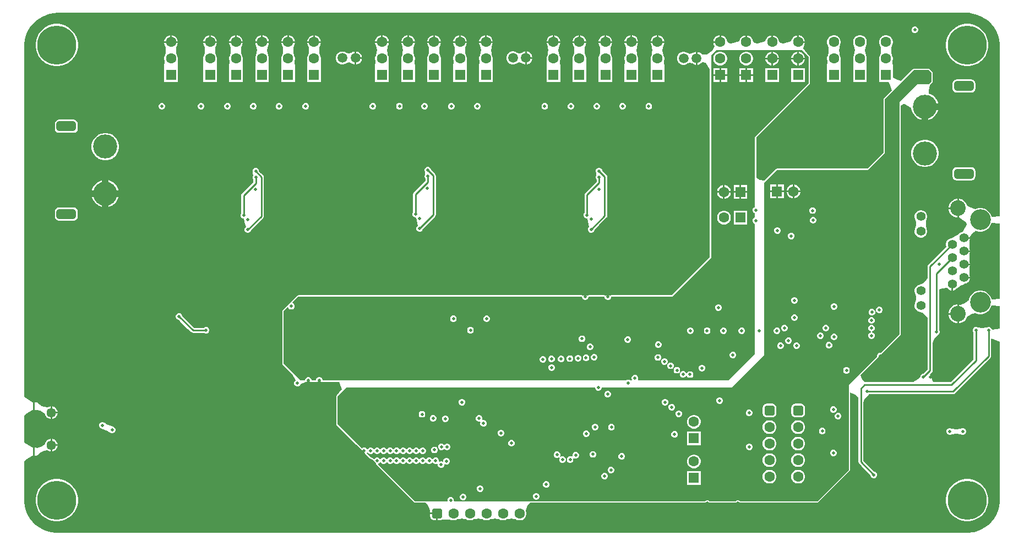
<source format=gbr>
G04*
G04 #@! TF.GenerationSoftware,Altium Limited,Altium Designer,25.1.2 (22)*
G04*
G04 Layer_Physical_Order=3*
G04 Layer_Color=16440176*
%FSLAX44Y44*%
%MOMM*%
G71*
G04*
G04 #@! TF.SameCoordinates,74C72B32-88F7-4DF0-8C8F-3553CF0260E0*
G04*
G04*
G04 #@! TF.FilePolarity,Positive*
G04*
G01*
G75*
%ADD10C,0.2540*%
%ADD94C,1.6000*%
%ADD108R,1.6000X1.6000*%
%ADD109R,1.6000X1.6000*%
%ADD110C,1.5000*%
G04:AMPARAMS|DCode=111|XSize=1.6mm|YSize=1.6mm|CornerRadius=0.4mm|HoleSize=0mm|Usage=FLASHONLY|Rotation=270.000|XOffset=0mm|YOffset=0mm|HoleType=Round|Shape=RoundedRectangle|*
%AMROUNDEDRECTD111*
21,1,1.6000,0.8000,0,0,270.0*
21,1,0.8000,1.6000,0,0,270.0*
1,1,0.8000,-0.4000,-0.4000*
1,1,0.8000,-0.4000,0.4000*
1,1,0.8000,0.4000,0.4000*
1,1,0.8000,0.4000,-0.4000*
%
%ADD111ROUNDEDRECTD111*%
G04:AMPARAMS|DCode=112|XSize=1.5mm|YSize=3mm|CornerRadius=0.375mm|HoleSize=0mm|Usage=FLASHONLY|Rotation=270.000|XOffset=0mm|YOffset=0mm|HoleType=Round|Shape=RoundedRectangle|*
%AMROUNDEDRECTD112*
21,1,1.5000,2.2500,0,0,270.0*
21,1,0.7500,3.0000,0,0,270.0*
1,1,0.7500,-1.1250,-0.3750*
1,1,0.7500,-1.1250,0.3750*
1,1,0.7500,1.1250,0.3750*
1,1,0.7500,1.1250,-0.3750*
%
%ADD112ROUNDEDRECTD112*%
%ADD113C,3.7000*%
%ADD114C,6.0000*%
%ADD115C,1.4080*%
%ADD117C,2.4000*%
%ADD118C,3.2000*%
%ADD119C,1.4500*%
G04:AMPARAMS|DCode=120|XSize=1.6mm|YSize=1.6mm|CornerRadius=0.4mm|HoleSize=0mm|Usage=FLASHONLY|Rotation=0.000|XOffset=0mm|YOffset=0mm|HoleType=Round|Shape=RoundedRectangle|*
%AMROUNDEDRECTD120*
21,1,1.6000,0.8000,0,0,0.0*
21,1,0.8000,1.6000,0,0,0.0*
1,1,0.8000,0.4000,-0.4000*
1,1,0.8000,-0.4000,-0.4000*
1,1,0.8000,-0.4000,0.4000*
1,1,0.8000,0.4000,0.4000*
%
%ADD120ROUNDEDRECTD120*%
%ADD121C,0.5000*%
G36*
X1558969Y899130D02*
X1565427Y897399D01*
X1571604Y894841D01*
X1577394Y891498D01*
X1582698Y887428D01*
X1587426Y882700D01*
X1591496Y877396D01*
X1594838Y871606D01*
X1597397Y865429D01*
X1599127Y858971D01*
X1600000Y852343D01*
Y849000D01*
X1600000D01*
X1600000Y594000D01*
Y587499D01*
X1587500Y586268D01*
X1587338Y587080D01*
X1585981Y590356D01*
X1584012Y593304D01*
X1581504Y595812D01*
X1578556Y597781D01*
X1575280Y599138D01*
X1571803Y599830D01*
X1568257D01*
X1564780Y599138D01*
X1562770Y598306D01*
X1557464Y599659D01*
X1551364Y602638D01*
X1549486Y604420D01*
X1549279Y605192D01*
X1547365Y608508D01*
X1544658Y611215D01*
X1541342Y613129D01*
X1537644Y614120D01*
X1537000D01*
Y599580D01*
Y585040D01*
X1537644D01*
X1548765Y577914D01*
X1549070Y574640D01*
X1543369Y563610D01*
X1540932Y562957D01*
X1538748Y561696D01*
X1537624Y560573D01*
X1535105Y558679D01*
X1531475Y556273D01*
X1527426Y554310D01*
X1524649Y553163D01*
X1523132Y552757D01*
X1523132Y552757D01*
X1520948Y551496D01*
X1519164Y549712D01*
X1517903Y547528D01*
X1517250Y545091D01*
X1517250Y542569D01*
X1517708Y540202D01*
X1516857Y539351D01*
X1492384Y514878D01*
X1490003Y512497D01*
X1489161Y511237D01*
X1488865Y509750D01*
Y506298D01*
Y492216D01*
X1487117Y489366D01*
X1481251Y483557D01*
X1477369Y482210D01*
X1474932Y481557D01*
X1472748Y480296D01*
X1470964Y478512D01*
X1469703Y476328D01*
X1469050Y473891D01*
Y471369D01*
X1469526Y469594D01*
X1469703Y468932D01*
X1470964Y464154D01*
Y458206D01*
X1469703Y453428D01*
X1469526Y452766D01*
X1469050Y450991D01*
X1469050Y450991D01*
Y448469D01*
X1469703Y446032D01*
X1470964Y443848D01*
X1472748Y442064D01*
X1474932Y440803D01*
X1474932Y440803D01*
X1475643Y440612D01*
X1477369Y440150D01*
X1481251Y438803D01*
X1487117Y432994D01*
X1488865Y430144D01*
Y353083D01*
Y351359D01*
X1482297Y344791D01*
X1481747Y344790D01*
X1479895Y344023D01*
X1478477Y342605D01*
X1477710Y340752D01*
X1473982Y336323D01*
X1467156Y331885D01*
X1395197D01*
X1392696D01*
X1388690Y336363D01*
X1387618Y337814D01*
X1385500Y342366D01*
X1412413Y369279D01*
X1412413Y369279D01*
X1412414Y369280D01*
X1412633Y369609D01*
X1412855Y369941D01*
X1415160Y372590D01*
X1417809Y374895D01*
X1418059Y375062D01*
X1418471Y375337D01*
X1418471Y375337D01*
X1418471Y375337D01*
X1447192Y404058D01*
X1447634Y404720D01*
X1447789Y405500D01*
Y757045D01*
X1451809Y759964D01*
X1453779Y759658D01*
X1463960Y753928D01*
X1464769Y749863D01*
X1466355Y746034D01*
X1468657Y742588D01*
X1471588Y739657D01*
X1475034Y737355D01*
X1478863Y735769D01*
X1479920Y735558D01*
Y756000D01*
X1485000D01*
Y761080D01*
X1505442D01*
X1505231Y762137D01*
X1503645Y765966D01*
X1501343Y769412D01*
X1498412Y772343D01*
X1494966Y774645D01*
X1491137Y776232D01*
X1491093Y780092D01*
X1492337Y788738D01*
X1492442Y788808D01*
X1492442Y788808D01*
X1496192Y792558D01*
X1496634Y793220D01*
X1496789Y794000D01*
X1496789Y803937D01*
X1496789Y808250D01*
X1496789Y808250D01*
X1496789Y808250D01*
X1496634Y809030D01*
X1496192Y809692D01*
X1496192Y809692D01*
X1492442Y813442D01*
X1492442Y813442D01*
X1491781Y813884D01*
X1491780Y813884D01*
X1491000Y814039D01*
X1491000Y814039D01*
X1486768Y814039D01*
X1486768Y814039D01*
X1486687Y814039D01*
X1467750D01*
X1466970Y813884D01*
X1466308Y813442D01*
X1466308Y813442D01*
X1448040Y795174D01*
X1440705Y798212D01*
X1440705Y798212D01*
X1435540Y800351D01*
X1435540Y803600D01*
Y809231D01*
X1435540Y814890D01*
X1435279Y827390D01*
X1435540Y828362D01*
Y831138D01*
X1434822Y833818D01*
X1434489Y834394D01*
X1433934Y835515D01*
X1433234Y838698D01*
X1432931Y842450D01*
X1433234Y846202D01*
X1433934Y849385D01*
X1434489Y850506D01*
X1434822Y851082D01*
X1435540Y853762D01*
Y856538D01*
X1434822Y859218D01*
X1433434Y861622D01*
X1431472Y863584D01*
X1429068Y864972D01*
X1426388Y865690D01*
X1423612D01*
X1420932Y864972D01*
X1418528Y863584D01*
X1416566Y861622D01*
X1415178Y859218D01*
X1414460Y856538D01*
Y853762D01*
X1415178Y851082D01*
X1415511Y850506D01*
X1416066Y849385D01*
X1416766Y846202D01*
X1417069Y842450D01*
X1416766Y838698D01*
X1416066Y835515D01*
X1415511Y834394D01*
X1415178Y833818D01*
X1414460Y831138D01*
Y828362D01*
X1414721Y827390D01*
X1414460Y814890D01*
X1414460Y809231D01*
Y793810D01*
X1425749D01*
X1428999Y793810D01*
X1431138Y788645D01*
X1434176Y781310D01*
X1422058Y769192D01*
X1421616Y768530D01*
X1421461Y767750D01*
Y685345D01*
X1396655Y660539D01*
X1257500Y660539D01*
X1257500Y660539D01*
X1256720Y660384D01*
X1256058Y659942D01*
X1238039Y641923D01*
X1231091Y643284D01*
X1225539Y646575D01*
Y708155D01*
X1307442Y790058D01*
X1307884Y790720D01*
X1308039Y791500D01*
Y832750D01*
X1307884Y833530D01*
X1307442Y834192D01*
X1307442Y834192D01*
X1304034Y837600D01*
X1297678Y845261D01*
X1298210Y847665D01*
X1299822Y851082D01*
X1300540Y853762D01*
Y853880D01*
X1290000D01*
Y855150D01*
X1288730D01*
Y865690D01*
X1288612D01*
X1285932Y864972D01*
X1283528Y863584D01*
X1281566Y861622D01*
X1280178Y859218D01*
X1279460Y856538D01*
X1267112Y853396D01*
X1262558Y853753D01*
X1260540Y856538D01*
X1259822Y859218D01*
X1258434Y861622D01*
X1256472Y863584D01*
X1254068Y864972D01*
X1251388Y865690D01*
X1251270D01*
Y855150D01*
X1248730D01*
Y865690D01*
X1248612D01*
X1245932Y864972D01*
X1243528Y863584D01*
X1241566Y861622D01*
X1240178Y859218D01*
X1239460Y856538D01*
X1227112Y853396D01*
X1222558Y853753D01*
X1220540Y856538D01*
X1219822Y859218D01*
X1218434Y861622D01*
X1216472Y863584D01*
X1214068Y864972D01*
X1211388Y865690D01*
X1211270D01*
Y855150D01*
X1208730D01*
Y865690D01*
X1208612D01*
X1205932Y864972D01*
X1203528Y863584D01*
X1201566Y861622D01*
X1200178Y859218D01*
X1199460Y856538D01*
X1187112Y853396D01*
X1182558Y853753D01*
X1180540Y856538D01*
X1179822Y859218D01*
X1178434Y861622D01*
X1176472Y863584D01*
X1174068Y864972D01*
X1171388Y865690D01*
X1171270D01*
Y855150D01*
X1170000D01*
Y853880D01*
X1159460D01*
Y853762D01*
X1159460Y853762D01*
X1160178Y851082D01*
X1160178Y851081D01*
X1161487Y848518D01*
X1158393Y842260D01*
X1149630Y836168D01*
X1141814Y836315D01*
X1141779Y836350D01*
Y836350D01*
X1141772Y836357D01*
X1139945Y838184D01*
X1137655Y839506D01*
X1135102Y840190D01*
X1135102Y840190D01*
X1135102Y840190D01*
X1135050D01*
Y830150D01*
Y820110D01*
X1135102D01*
X1135102Y820110D01*
X1135267Y820154D01*
X1137655Y820794D01*
X1139945Y822116D01*
X1141134Y823305D01*
X1141711Y823882D01*
X1142488Y823873D01*
X1147672Y823010D01*
Y823010D01*
X1147673Y823010D01*
X1154211Y813218D01*
Y524595D01*
X1095405Y465789D01*
X1002540D01*
X1001760Y465634D01*
X998789Y465192D01*
X996211D01*
X993240Y465634D01*
X992460Y465789D01*
X967540D01*
X966760Y465634D01*
X963789Y465192D01*
X961211D01*
X958240Y465634D01*
X957460Y465789D01*
X521000D01*
X520220Y465634D01*
X519558Y465192D01*
X519116Y464530D01*
X519109Y464492D01*
X510956Y456339D01*
X510956Y456339D01*
X510844Y456172D01*
X510702Y456030D01*
X503470Y448798D01*
X503470D01*
X503469Y448798D01*
X503327Y448656D01*
X503161Y448545D01*
X503161Y448545D01*
X497058Y442442D01*
X496616Y441780D01*
X496616Y441780D01*
X496461Y441000D01*
X496461Y441000D01*
X496461Y439810D01*
X496461Y439810D01*
X496461Y439201D01*
Y361000D01*
X496461Y361000D01*
X496616Y360220D01*
X497058Y359558D01*
X497058Y359558D01*
X511453Y345163D01*
X515313Y337947D01*
X517145Y334523D01*
X515727Y333105D01*
X514960Y331253D01*
Y329248D01*
X515727Y327395D01*
X517145Y325977D01*
X518997Y325210D01*
X518997Y325210D01*
X521003D01*
X522855Y325977D01*
X524273Y327395D01*
X525040Y329247D01*
X532395Y332616D01*
X535365Y333058D01*
X537944D01*
X540914Y332616D01*
X540914Y332616D01*
X540914D01*
X541694Y332461D01*
X541694Y332461D01*
X548614D01*
X548614Y332461D01*
X549395Y332616D01*
X549395D01*
X549395Y332616D01*
X552365Y333058D01*
X554944D01*
X557914Y332616D01*
X558694Y332461D01*
X583649D01*
X588128Y321647D01*
X580720Y311884D01*
X580058Y311442D01*
X579616Y310780D01*
X579461Y310000D01*
Y267750D01*
X579461Y267750D01*
X579616Y266970D01*
X580058Y266308D01*
X580058Y266308D01*
X610448Y235918D01*
X617619Y228747D01*
X617619Y228747D01*
X618281Y228305D01*
X620957Y226041D01*
X624183Y222452D01*
X624859Y221540D01*
X624859Y221540D01*
X624942Y221464D01*
X625059Y221307D01*
X625060Y221306D01*
X631518Y214848D01*
X632180Y214406D01*
X633076Y214168D01*
X635361Y212533D01*
X635423Y212440D01*
X635423Y212440D01*
X635424Y212440D01*
X636146Y211928D01*
X640438Y207014D01*
X642024Y204872D01*
X642263Y204322D01*
X642263Y204322D01*
X642264Y204322D01*
X642361Y204176D01*
X642452Y203970D01*
X642452Y203970D01*
X642452Y203970D01*
X642596Y203824D01*
X642706Y203661D01*
X649706Y196660D01*
X649707Y196659D01*
X649707Y196659D01*
X699058Y147308D01*
X699720Y146866D01*
X700500Y146711D01*
X716775D01*
X720285Y142639D01*
X723094Y137701D01*
X724031Y134211D01*
X724004Y134000D01*
Y131270D01*
X734600D01*
Y130000D01*
X735870D01*
Y119404D01*
X738600D01*
X740307Y119628D01*
X740627Y119761D01*
X742277Y120329D01*
X748189Y120979D01*
X754276Y120538D01*
X755932Y120178D01*
X756520Y120021D01*
X758612Y119460D01*
X761388D01*
X764068Y120178D01*
X764644Y120511D01*
X765765Y121066D01*
X768948Y121766D01*
X772700Y122069D01*
X776452Y121766D01*
X779635Y121066D01*
X780756Y120511D01*
X781332Y120178D01*
X784012Y119460D01*
X786788D01*
X789468Y120178D01*
X790044Y120511D01*
X791165Y121066D01*
X794348Y121766D01*
X798100Y122069D01*
X801852Y121766D01*
X805035Y121066D01*
X806156Y120511D01*
X806732Y120178D01*
X809412Y119460D01*
X812188D01*
X814868Y120178D01*
X815444Y120511D01*
X816565Y121066D01*
X819747Y121766D01*
X823500Y122069D01*
X827253Y121766D01*
X830435Y121066D01*
X831556Y120511D01*
X832132Y120178D01*
X834812Y119460D01*
X837588D01*
X840268Y120178D01*
X840844Y120511D01*
X841965Y121066D01*
X845147Y121766D01*
X848900Y122069D01*
X852653Y121766D01*
X855835Y121066D01*
X856956Y120511D01*
X857532Y120178D01*
X860212Y119460D01*
X862988D01*
X865668Y120178D01*
X868072Y121566D01*
X870034Y123528D01*
X871422Y125932D01*
X872140Y128612D01*
Y131388D01*
X871422Y134068D01*
X871339Y134211D01*
X874016Y141952D01*
X877473Y146711D01*
X1146622Y146711D01*
X1147403Y146866D01*
X1148064Y147308D01*
X1148550Y147794D01*
X1149653Y148251D01*
X1150847D01*
X1151950Y147794D01*
X1152436Y147308D01*
X1153097Y146866D01*
X1153878Y146711D01*
X1193622Y146711D01*
X1193622Y146711D01*
X1194403Y146866D01*
X1195064Y147308D01*
X1195550Y147794D01*
X1196653Y148251D01*
X1197847D01*
X1198950Y147794D01*
X1199436Y147308D01*
X1200097Y146866D01*
X1200878Y146711D01*
X1319500D01*
X1319500Y146711D01*
X1320280Y146866D01*
X1320942Y147308D01*
X1320942Y147308D01*
X1369442Y195808D01*
X1369884Y196470D01*
X1370039Y197250D01*
X1370039Y316188D01*
X1370120Y316318D01*
X1377687Y312972D01*
X1382615Y308213D01*
Y297436D01*
Y217838D01*
X1382615Y209500D01*
X1382911Y208013D01*
X1383753Y206753D01*
X1387491Y203015D01*
X1397538Y192969D01*
X1401459Y189047D01*
X1401460Y188498D01*
X1402227Y186645D01*
X1403645Y185227D01*
X1405497Y184460D01*
X1407502Y184460D01*
X1409355Y185227D01*
X1410773Y186645D01*
X1411540Y188497D01*
X1411540Y190502D01*
X1410773Y192355D01*
X1409355Y193773D01*
X1407502Y194540D01*
X1406953Y194541D01*
X1404837Y196657D01*
X1394187Y207306D01*
X1390385Y211109D01*
X1390385Y217869D01*
Y293866D01*
X1390385Y301162D01*
X1392156Y305596D01*
X1394052Y308378D01*
X1398634Y313243D01*
X1398908Y313527D01*
X1399002Y313615D01*
X1399554D01*
X1524546D01*
X1528000D01*
X1529487Y313911D01*
X1530747Y314753D01*
X1533244Y317250D01*
X1583250Y367256D01*
X1585747Y369753D01*
X1586589Y371013D01*
X1586885Y372500D01*
Y375852D01*
Y398299D01*
X1587500Y398923D01*
X1600000Y393797D01*
X1600000Y201250D01*
X1600000Y150500D01*
X1599967Y147178D01*
X1599041Y140599D01*
X1597269Y134196D01*
X1594682Y128077D01*
X1591322Y122345D01*
X1587247Y117097D01*
X1582527Y112422D01*
X1577239Y108399D01*
X1571474Y105096D01*
X1565330Y102568D01*
X1560921Y101395D01*
X1549000Y99998D01*
X151000Y99998D01*
X147657D01*
X141028Y100870D01*
X134571Y102601D01*
X128394Y105159D01*
X122604Y108502D01*
X117300Y112572D01*
X112572Y117300D01*
X108502Y122604D01*
X105159Y128394D01*
X102601Y134571D01*
X100870Y141028D01*
X99998Y147657D01*
Y151000D01*
X99998D01*
Y210606D01*
X102479Y213050D01*
X112497Y219042D01*
X113130D01*
Y225200D01*
Y231358D01*
X112055D01*
X102165Y237660D01*
X99998Y239793D01*
Y280607D01*
X102479Y283050D01*
X112497Y289042D01*
X113130D01*
Y295200D01*
Y301358D01*
X112055D01*
X102165Y307660D01*
X99998Y309793D01*
X99997Y849000D01*
X100000D01*
Y852343D01*
X100873Y858971D01*
X102603Y865429D01*
X105162Y871606D01*
X108504Y877396D01*
X112575Y882700D01*
X117302Y887428D01*
X122606Y891498D01*
X128396Y894841D01*
X134573Y897399D01*
X139080Y898607D01*
X151002Y900002D01*
X151005Y900000D01*
X163501Y900000D01*
X1548995D01*
X1548997Y900002D01*
X1552340D01*
X1558969Y899130D01*
D02*
G37*
G36*
X1494750Y808250D02*
Y794000D01*
X1491000Y790250D01*
X1473000D01*
X1445750Y763000D01*
Y405500D01*
X1417029Y376779D01*
X1417003Y376790D01*
X1414998D01*
X1413145Y376023D01*
X1411727Y374605D01*
X1410960Y372752D01*
Y370747D01*
X1410971Y370721D01*
X1368000Y327750D01*
X1368000Y197250D01*
X1319500Y148750D01*
X1200878D01*
X1200105Y149523D01*
X1198252Y150290D01*
X1196247D01*
X1194395Y149523D01*
X1193622Y148750D01*
X1153878Y148750D01*
X1153105Y149523D01*
X1151253Y150290D01*
X1149248D01*
X1147395Y149523D01*
X1146622Y148750D01*
X761604Y148750D01*
X760540Y150020D01*
Y151252D01*
X759773Y153105D01*
X758355Y154523D01*
X756503Y155290D01*
X754498D01*
X752645Y154523D01*
X751227Y153105D01*
X750460Y151252D01*
Y149248D01*
X750127Y148750D01*
X700500D01*
X644147Y205103D01*
X644445Y206601D01*
X645355Y206977D01*
X646773Y208395D01*
X646865Y208618D01*
X648135D01*
X648227Y208395D01*
X649645Y206977D01*
X651497Y206210D01*
X653503D01*
X655355Y206977D01*
X656773Y208395D01*
X656865Y208618D01*
X658135D01*
X658227Y208395D01*
X659645Y206977D01*
X661497Y206210D01*
X663503D01*
X665355Y206977D01*
X666773Y208395D01*
X666865Y208618D01*
X668135D01*
X668227Y208395D01*
X669645Y206977D01*
X671497Y206210D01*
X673503D01*
X675355Y206977D01*
X676773Y208395D01*
X676865Y208618D01*
X678135D01*
X678227Y208395D01*
X679645Y206977D01*
X681497Y206210D01*
X683503D01*
X685355Y206977D01*
X686773Y208395D01*
X686865Y208618D01*
X688135D01*
X688227Y208395D01*
X689645Y206977D01*
X691497Y206210D01*
X693503D01*
X695355Y206977D01*
X696773Y208395D01*
X696865Y208618D01*
X698135D01*
X698227Y208395D01*
X699645Y206977D01*
X701497Y206210D01*
X703503D01*
X705355Y206977D01*
X706773Y208395D01*
X706865Y208618D01*
X708135D01*
X708227Y208395D01*
X709645Y206977D01*
X711497Y206210D01*
X713503D01*
X715355Y206977D01*
X716773Y208395D01*
X716865Y208618D01*
X718135D01*
X718227Y208395D01*
X719645Y206977D01*
X721497Y206210D01*
X723503D01*
X725355Y206977D01*
X726773Y208395D01*
X726865Y208618D01*
X728135D01*
X728227Y208395D01*
X729645Y206977D01*
X731497Y206210D01*
X733503D01*
X734913Y206794D01*
X735638Y206246D01*
X735960Y205923D01*
Y203997D01*
X736727Y202145D01*
X738145Y200727D01*
X739997Y199960D01*
X742002D01*
X743855Y200727D01*
X745273Y202145D01*
X746040Y203997D01*
Y205000D01*
X747310Y205848D01*
X748248Y205460D01*
X750253D01*
X752105Y206227D01*
X753523Y207645D01*
X754290Y209498D01*
Y211502D01*
X753523Y213355D01*
X752105Y214773D01*
X750253Y215540D01*
X748248D01*
X746395Y214773D01*
X744977Y213355D01*
X744210Y211502D01*
Y210500D01*
X742940Y209652D01*
X742002Y210040D01*
X739997D01*
X738587Y209456D01*
X737862Y210004D01*
X737540Y210327D01*
Y212253D01*
X736773Y214105D01*
X735355Y215523D01*
X733503Y216290D01*
X731497D01*
X729645Y215523D01*
X728227Y214105D01*
X728135Y213882D01*
X726865D01*
X726773Y214105D01*
X725355Y215523D01*
X723503Y216290D01*
X721497D01*
X719645Y215523D01*
X718227Y214105D01*
X718135Y213882D01*
X716865D01*
X716773Y214105D01*
X715355Y215523D01*
X713503Y216290D01*
X711497D01*
X709645Y215523D01*
X708227Y214105D01*
X708135Y213882D01*
X706865D01*
X706773Y214105D01*
X705355Y215523D01*
X703503Y216290D01*
X701497D01*
X699645Y215523D01*
X698227Y214105D01*
X698135Y213882D01*
X696865D01*
X696773Y214105D01*
X695355Y215523D01*
X693503Y216290D01*
X691497D01*
X689645Y215523D01*
X688227Y214105D01*
X688135Y213882D01*
X686865D01*
X686773Y214105D01*
X685355Y215523D01*
X683503Y216290D01*
X681497D01*
X679645Y215523D01*
X678227Y214105D01*
X678135Y213882D01*
X676865D01*
X676773Y214105D01*
X675355Y215523D01*
X673503Y216290D01*
X671497D01*
X669645Y215523D01*
X668227Y214105D01*
X668135Y213882D01*
X666865D01*
X666773Y214105D01*
X665355Y215523D01*
X663503Y216290D01*
X661497D01*
X659645Y215523D01*
X658227Y214105D01*
X658135Y213882D01*
X656865D01*
X656773Y214105D01*
X655355Y215523D01*
X653503Y216290D01*
X651497D01*
X649645Y215523D01*
X648227Y214105D01*
X648135Y213882D01*
X646865D01*
X646773Y214105D01*
X645355Y215523D01*
X643503Y216290D01*
X641497D01*
X639645Y215523D01*
X638227Y214105D01*
X638135Y213882D01*
X636865D01*
X636773Y214105D01*
X635355Y215523D01*
X633503Y216290D01*
X632960D01*
X626502Y222748D01*
X626962Y223510D01*
X627420Y223559D01*
X628317Y223555D01*
X629645Y222227D01*
X631497Y221460D01*
X633503D01*
X635355Y222227D01*
X636773Y223645D01*
X636865Y223868D01*
X638135D01*
X638227Y223645D01*
X639645Y222227D01*
X641497Y221460D01*
X643503D01*
X645355Y222227D01*
X646773Y223645D01*
X646865Y223868D01*
X648135D01*
X648227Y223645D01*
X649645Y222227D01*
X651497Y221460D01*
X653503D01*
X655355Y222227D01*
X656773Y223645D01*
X656865Y223868D01*
X658135D01*
X658227Y223645D01*
X659645Y222227D01*
X661497Y221460D01*
X663503D01*
X665355Y222227D01*
X666773Y223645D01*
X666865Y223868D01*
X668135D01*
X668227Y223645D01*
X669645Y222227D01*
X671497Y221460D01*
X673503D01*
X675355Y222227D01*
X676773Y223645D01*
X676865Y223868D01*
X678135D01*
X678227Y223645D01*
X679645Y222227D01*
X681497Y221460D01*
X683503D01*
X685355Y222227D01*
X686773Y223645D01*
X686865Y223868D01*
X688135D01*
X688227Y223645D01*
X689645Y222227D01*
X691497Y221460D01*
X693503D01*
X695355Y222227D01*
X696773Y223645D01*
X696865Y223868D01*
X698135D01*
X698227Y223645D01*
X699645Y222227D01*
X701497Y221460D01*
X703503D01*
X705355Y222227D01*
X706773Y223645D01*
X706865Y223868D01*
X708135D01*
X708227Y223645D01*
X709645Y222227D01*
X711497Y221460D01*
X713503D01*
X715355Y222227D01*
X716773Y223645D01*
X717540Y225497D01*
Y227502D01*
X716773Y229355D01*
X715355Y230773D01*
X713503Y231540D01*
X711497D01*
X709645Y230773D01*
X708227Y229355D01*
X708135Y229132D01*
X706865D01*
X706773Y229355D01*
X705355Y230773D01*
X703503Y231540D01*
X701497D01*
X699645Y230773D01*
X698227Y229355D01*
X698135Y229132D01*
X696865D01*
X696773Y229355D01*
X695355Y230773D01*
X693503Y231540D01*
X691497D01*
X689645Y230773D01*
X688227Y229355D01*
X688135Y229132D01*
X686865D01*
X686773Y229355D01*
X685355Y230773D01*
X683503Y231540D01*
X681497D01*
X679645Y230773D01*
X678227Y229355D01*
X678135Y229132D01*
X676865D01*
X676773Y229355D01*
X675355Y230773D01*
X673503Y231540D01*
X671497D01*
X669645Y230773D01*
X668227Y229355D01*
X668135Y229132D01*
X666865D01*
X666773Y229355D01*
X665355Y230773D01*
X663503Y231540D01*
X661497D01*
X659645Y230773D01*
X658227Y229355D01*
X658135Y229132D01*
X656865D01*
X656773Y229355D01*
X655355Y230773D01*
X653503Y231540D01*
X651497D01*
X649645Y230773D01*
X648227Y229355D01*
X648135Y229132D01*
X646865D01*
X646773Y229355D01*
X645355Y230773D01*
X643503Y231540D01*
X641497D01*
X639645Y230773D01*
X638227Y229355D01*
X638135Y229132D01*
X636865D01*
X636773Y229355D01*
X635355Y230773D01*
X633503Y231540D01*
X631497D01*
X629645Y230773D01*
X628227Y229355D01*
X628135Y229132D01*
X626865D01*
X626773Y229355D01*
X625355Y230773D01*
X623503Y231540D01*
X621497D01*
X619645Y230773D01*
X619061Y230189D01*
X581500Y267750D01*
Y310000D01*
X581750D01*
X595250Y323500D01*
X977460D01*
Y322998D01*
X978227Y321145D01*
X979645Y319727D01*
X981497Y318960D01*
X983503D01*
X985355Y319727D01*
X986773Y321145D01*
X987540Y322998D01*
Y323500D01*
X1187750D01*
X1237750Y373500D01*
X1237750Y638750D01*
X1257500Y658500D01*
X1397500Y658500D01*
X1423500Y684500D01*
Y767750D01*
X1467750Y812000D01*
X1491000D01*
X1494750Y808250D01*
D02*
G37*
G36*
X1600000Y576161D02*
X1600000Y460499D01*
X1587801Y459297D01*
X1587338Y460080D01*
X1585981Y463356D01*
X1584012Y466304D01*
X1581504Y468811D01*
X1578556Y470781D01*
X1575280Y472138D01*
X1571803Y472830D01*
X1568257D01*
X1564780Y472138D01*
X1561504Y470781D01*
X1558556Y468811D01*
X1556048Y466304D01*
X1554079Y463356D01*
X1552722Y460080D01*
X1552316Y458043D01*
X1551893Y457528D01*
X1546161Y453702D01*
X1541209Y451255D01*
X1539852Y451029D01*
X1537644Y451620D01*
X1537000D01*
Y437080D01*
Y422540D01*
X1537644D01*
X1541342Y423531D01*
X1544658Y425445D01*
X1547365Y428152D01*
X1549279Y431468D01*
X1549486Y432240D01*
X1551364Y434022D01*
X1557464Y437001D01*
X1562770Y438354D01*
X1564780Y437522D01*
X1568257Y436830D01*
X1571803D01*
X1575280Y437522D01*
X1578556Y438879D01*
X1581504Y440849D01*
X1584012Y443356D01*
X1585981Y446304D01*
X1587338Y449580D01*
X1587801Y450363D01*
X1600000Y449161D01*
Y414056D01*
X1588040Y412752D01*
X1587273Y414605D01*
X1587273Y414605D01*
X1585855Y416023D01*
X1585855D01*
X1584003Y416790D01*
X1581998D01*
X1581998Y416790D01*
X1580145Y416023D01*
X1580145D01*
X1579838Y415716D01*
X1573125Y415110D01*
X1566411Y415716D01*
X1566105Y416023D01*
X1564252Y416790D01*
X1562247Y416790D01*
X1560395Y416023D01*
X1558977Y414605D01*
X1558977Y414605D01*
X1558210Y412753D01*
X1558210Y412752D01*
Y410747D01*
X1558977Y408895D01*
X1559365Y408506D01*
X1559365Y406608D01*
X1559365Y406608D01*
X1559365Y405345D01*
Y369603D01*
Y367109D01*
X1524790Y332534D01*
X1524141Y331885D01*
X1522052D01*
X1498344D01*
X1497950Y332141D01*
X1492878Y344385D01*
X1495497Y347003D01*
X1496339Y348263D01*
X1496635Y349750D01*
Y353201D01*
Y392798D01*
X1498979Y398031D01*
X1500872Y400481D01*
X1505605Y404977D01*
X1505605Y404977D01*
X1507023Y406395D01*
X1507790Y408247D01*
Y410252D01*
X1507023Y412105D01*
X1507023Y412105D01*
X1506635Y412494D01*
Y474647D01*
X1511007Y476310D01*
X1519135Y476799D01*
X1519164Y476748D01*
X1520948Y474964D01*
X1523132Y473703D01*
X1525560Y473052D01*
Y482630D01*
X1528100D01*
Y473052D01*
X1530528Y473703D01*
X1532712Y474964D01*
X1533836Y476087D01*
X1536355Y477981D01*
X1539985Y480387D01*
X1544034Y482350D01*
X1546811Y483497D01*
X1548328Y483903D01*
X1550512Y485164D01*
X1552296Y486948D01*
X1553557Y489132D01*
X1554208Y491560D01*
X1544630D01*
Y494100D01*
X1554208D01*
X1553833Y495497D01*
X1553427Y498629D01*
X1553154Y503030D01*
X1553427Y507430D01*
X1553833Y510563D01*
X1554208Y511960D01*
X1544630D01*
Y514500D01*
X1554208D01*
X1553833Y515897D01*
X1553427Y519030D01*
X1553154Y523430D01*
X1553427Y527831D01*
X1553833Y530963D01*
X1554208Y532360D01*
X1544630D01*
Y534900D01*
X1554208D01*
X1553833Y536297D01*
X1553427Y539430D01*
X1553154Y543830D01*
X1553427Y548231D01*
X1553833Y551363D01*
X1554208Y552760D01*
X1544630D01*
Y555300D01*
X1554208D01*
X1554070Y555812D01*
X1557536Y560505D01*
X1563845Y564909D01*
X1564780Y564522D01*
X1568257Y563830D01*
X1571803D01*
X1575280Y564522D01*
X1578556Y565879D01*
X1581504Y567849D01*
X1584012Y570356D01*
X1585981Y573304D01*
X1587338Y576580D01*
X1587500Y577392D01*
X1600000Y576161D01*
D02*
G37*
G36*
X1306000Y832750D02*
Y791500D01*
X1223500Y709000D01*
Y601480D01*
X1222395Y601023D01*
X1220977Y599605D01*
X1220210Y597752D01*
Y595747D01*
X1220977Y593895D01*
X1222395Y592477D01*
X1223500Y592020D01*
Y585438D01*
X1221895Y584773D01*
X1220477Y583355D01*
X1219710Y581502D01*
Y579497D01*
X1220477Y577645D01*
X1221895Y576227D01*
X1223500Y575563D01*
X1223500Y375000D01*
X1183000Y334500D01*
X1044287D01*
X1043531Y335770D01*
X1044040Y336997D01*
Y339002D01*
X1043273Y340855D01*
X1041855Y342273D01*
X1040003Y343040D01*
X1037998D01*
X1036145Y342273D01*
X1034727Y340855D01*
X1033960Y339002D01*
Y336997D01*
X1034469Y335770D01*
X1033713Y334500D01*
X1032128D01*
X1031355Y335273D01*
X1029502Y336040D01*
X1027497D01*
X1025645Y335273D01*
X1024872Y334500D01*
X558694D01*
Y335952D01*
X557927Y337805D01*
X556509Y339223D01*
X554657Y339990D01*
X552652D01*
X550799Y339223D01*
X549382Y337805D01*
X548614Y335952D01*
Y334500D01*
X541694D01*
Y335703D01*
X540927Y337555D01*
X539509Y338973D01*
X537657Y339740D01*
X535652D01*
X533799Y338973D01*
X532382Y337555D01*
X531614Y335703D01*
Y334500D01*
X525000D01*
X498500Y361000D01*
Y441000D01*
X504603Y447103D01*
X506101Y446805D01*
X506477Y445895D01*
X507895Y444477D01*
X509748Y443710D01*
X511753D01*
X513605Y444477D01*
X515023Y445895D01*
X515790Y447747D01*
Y449753D01*
X515023Y451605D01*
X513605Y453023D01*
X512696Y453399D01*
X512397Y454897D01*
X521000Y463500D01*
Y463750D01*
X957460D01*
Y462497D01*
X958227Y460645D01*
X959645Y459227D01*
X961497Y458460D01*
X963503D01*
X965355Y459227D01*
X966773Y460645D01*
X967540Y462497D01*
Y463750D01*
X992460D01*
Y462248D01*
X993227Y460395D01*
X994645Y458977D01*
X996497Y458210D01*
X998503D01*
X1000355Y458977D01*
X1001773Y460395D01*
X1002540Y462248D01*
Y463750D01*
X1095750D01*
X1096000Y463500D01*
X1156250Y523750D01*
Y834750D01*
X1164250Y842750D01*
X1296000Y842750D01*
X1306000Y832750D01*
D02*
G37*
%LPC*%
G36*
X1468497Y879040D02*
X1466645Y878273D01*
X1465227Y876855D01*
X1464460Y875003D01*
Y872998D01*
X1465227Y871145D01*
X1466645Y869727D01*
X1468497Y868960D01*
X1470502D01*
X1472355Y869727D01*
X1473773Y871145D01*
X1474540Y872997D01*
X1474540Y875003D01*
X1473773Y876855D01*
X1472355Y878273D01*
X1470503Y879040D01*
X1468497Y879040D01*
D02*
G37*
G36*
X1074888Y865690D02*
X1074770D01*
Y856420D01*
X1084040D01*
Y856538D01*
X1083322Y859218D01*
X1081934Y861622D01*
X1079972Y863584D01*
X1077568Y864972D01*
X1074888Y865690D01*
D02*
G37*
G36*
X1072230D02*
X1072112D01*
X1069432Y864972D01*
X1067028Y863584D01*
X1065066Y861622D01*
X1063678Y859218D01*
X1062960Y856538D01*
Y856420D01*
X1072230D01*
Y865690D01*
D02*
G37*
G36*
X954888D02*
X954770D01*
Y856420D01*
X964040D01*
Y856538D01*
X963322Y859218D01*
X961934Y861622D01*
X959972Y863584D01*
X957568Y864972D01*
X954888Y865690D01*
D02*
G37*
G36*
X914888D02*
X914770D01*
Y856420D01*
X924040D01*
Y856538D01*
X923322Y859218D01*
X921934Y861622D01*
X919972Y863584D01*
X917568Y864972D01*
X914888Y865690D01*
D02*
G37*
G36*
X811388D02*
X811270D01*
Y856420D01*
X820540D01*
Y856538D01*
X819822Y859218D01*
X818434Y861622D01*
X816472Y863584D01*
X814068Y864972D01*
X811388Y865690D01*
D02*
G37*
G36*
X952230D02*
X952112D01*
X949432Y864972D01*
X947028Y863584D01*
X945066Y861622D01*
X943678Y859218D01*
X942960Y856538D01*
Y856420D01*
X952230D01*
Y865690D01*
D02*
G37*
G36*
X912230D02*
X912112D01*
X909432Y864972D01*
X907028Y863584D01*
X905066Y861622D01*
X903678Y859218D01*
X902960Y856538D01*
Y856420D01*
X912230D01*
Y865690D01*
D02*
G37*
G36*
X808730D02*
X808612D01*
X805932Y864972D01*
X803528Y863584D01*
X801566Y861622D01*
X800178Y859218D01*
X799460Y856538D01*
Y856420D01*
X808730D01*
Y865690D01*
D02*
G37*
G36*
X1291388D02*
X1291270D01*
Y856420D01*
X1300540D01*
Y856538D01*
X1299822Y859218D01*
X1298434Y861622D01*
X1296472Y863584D01*
X1294068Y864972D01*
X1291388Y865690D01*
D02*
G37*
G36*
X994888D02*
X994770D01*
Y856420D01*
X1004040D01*
Y856538D01*
X1003322Y859218D01*
X1001934Y861622D01*
X999972Y863584D01*
X997568Y864972D01*
X994888Y865690D01*
D02*
G37*
G36*
X691388D02*
X691270D01*
Y856420D01*
X700540D01*
Y856538D01*
X699822Y859218D01*
X698434Y861622D01*
X696472Y863584D01*
X694068Y864972D01*
X691388Y865690D01*
D02*
G37*
G36*
X651388D02*
X651270D01*
Y856420D01*
X660540D01*
Y856538D01*
X659822Y859218D01*
X658434Y861622D01*
X656472Y863584D01*
X654068Y864972D01*
X651388Y865690D01*
D02*
G37*
G36*
X992230D02*
X992112D01*
X989432Y864972D01*
X987028Y863584D01*
X985066Y861622D01*
X983678Y859218D01*
X982960Y856538D01*
Y856420D01*
X992230D01*
Y865690D01*
D02*
G37*
G36*
X688730D02*
X688612D01*
X685932Y864972D01*
X683528Y863584D01*
X681566Y861622D01*
X680178Y859218D01*
X679460Y856538D01*
Y856420D01*
X688730D01*
Y865690D01*
D02*
G37*
G36*
X648730D02*
X648612D01*
X645932Y864972D01*
X643528Y863584D01*
X641566Y861622D01*
X640178Y859218D01*
X639460Y856538D01*
Y856420D01*
X648730D01*
Y865690D01*
D02*
G37*
G36*
X1034888D02*
X1034770D01*
Y856420D01*
X1044040D01*
Y856538D01*
X1043322Y859218D01*
X1041934Y861622D01*
X1039972Y863584D01*
X1037568Y864972D01*
X1034888Y865690D01*
D02*
G37*
G36*
X731388D02*
X731270D01*
Y856420D01*
X740540D01*
Y856538D01*
X739822Y859218D01*
X738434Y861622D01*
X736472Y863584D01*
X734068Y864972D01*
X731388Y865690D01*
D02*
G37*
G36*
X1032230D02*
X1032112D01*
X1029432Y864972D01*
X1027028Y863584D01*
X1025066Y861622D01*
X1023678Y859218D01*
X1022960Y856538D01*
Y856420D01*
X1032230D01*
Y865690D01*
D02*
G37*
G36*
X728730D02*
X728612D01*
X725932Y864972D01*
X723528Y863584D01*
X721566Y861622D01*
X720178Y859218D01*
X719460Y856538D01*
Y856420D01*
X728730D01*
Y865690D01*
D02*
G37*
G36*
X771388D02*
X771270D01*
Y856420D01*
X780540D01*
Y856538D01*
X779822Y859218D01*
X778434Y861622D01*
X776472Y863584D01*
X774068Y864972D01*
X771388Y865690D01*
D02*
G37*
G36*
X1168730D02*
X1168612D01*
X1165932Y864972D01*
X1163528Y863584D01*
X1161566Y861622D01*
X1160178Y859218D01*
X1159460Y856538D01*
Y856420D01*
X1168730D01*
Y865690D01*
D02*
G37*
G36*
X768730D02*
X768612D01*
X765932Y864972D01*
X763528Y863584D01*
X761566Y861622D01*
X760178Y859218D01*
X759460Y856538D01*
Y856420D01*
X768730D01*
Y865690D01*
D02*
G37*
G36*
X506888Y865690D02*
X506770D01*
Y856420D01*
X516040D01*
Y856538D01*
X515322Y859218D01*
X513934Y861622D01*
X511972Y863584D01*
X509568Y864972D01*
X506888Y865690D01*
D02*
G37*
G36*
X504230D02*
X504112D01*
X501432Y864972D01*
X499028Y863584D01*
X497066Y861622D01*
X495678Y859218D01*
X494960Y856538D01*
Y856420D01*
X504230D01*
Y865690D01*
D02*
G37*
G36*
X546888D02*
X546770D01*
Y856420D01*
X556040D01*
Y856538D01*
X555322Y859218D01*
X553934Y861622D01*
X551972Y863584D01*
X549568Y864972D01*
X546888Y865690D01*
D02*
G37*
G36*
X466888D02*
X466770D01*
Y856420D01*
X476040D01*
Y856538D01*
X475322Y859218D01*
X473934Y861622D01*
X471972Y863584D01*
X469568Y864972D01*
X466888Y865690D01*
D02*
G37*
G36*
X544230D02*
X544112D01*
X541432Y864972D01*
X539028Y863584D01*
X537066Y861622D01*
X535678Y859218D01*
X534960Y856538D01*
Y856420D01*
X544230D01*
Y865690D01*
D02*
G37*
G36*
X464230D02*
X464112D01*
X461432Y864972D01*
X459028Y863584D01*
X457066Y861622D01*
X455678Y859218D01*
X454960Y856538D01*
Y856420D01*
X464230D01*
Y865690D01*
D02*
G37*
G36*
X426888D02*
X426770D01*
Y856420D01*
X436040D01*
Y856538D01*
X435322Y859218D01*
X433934Y861622D01*
X431972Y863584D01*
X429568Y864972D01*
X426888Y865690D01*
D02*
G37*
G36*
X386888D02*
X386770D01*
Y856420D01*
X396040D01*
Y856538D01*
X395322Y859218D01*
X393934Y861622D01*
X391972Y863584D01*
X389568Y864972D01*
X386888Y865690D01*
D02*
G37*
G36*
X326888D02*
X326770D01*
Y856420D01*
X336040D01*
Y856538D01*
X335322Y859218D01*
X333934Y861622D01*
X331972Y863584D01*
X329568Y864972D01*
X326888Y865690D01*
D02*
G37*
G36*
X424230D02*
X424112D01*
X421432Y864972D01*
X419028Y863584D01*
X417066Y861622D01*
X415678Y859218D01*
X414960Y856538D01*
Y856420D01*
X424230D01*
Y865690D01*
D02*
G37*
G36*
X384230D02*
X384112D01*
X381432Y864972D01*
X379028Y863584D01*
X377066Y861622D01*
X375678Y859218D01*
X374960Y856538D01*
Y856420D01*
X384230D01*
Y865690D01*
D02*
G37*
G36*
X324230D02*
X324112D01*
X321432Y864972D01*
X319028Y863584D01*
X317066Y861622D01*
X315678Y859218D01*
X314960Y856538D01*
Y856420D01*
X324230D01*
Y865690D01*
D02*
G37*
G36*
X872602Y840940D02*
X872602Y840940D01*
X872550D01*
Y832170D01*
X881320D01*
Y832222D01*
X881320Y832222D01*
X880636Y834775D01*
X880636Y834775D01*
X880551Y834923D01*
X879314Y837065D01*
X877445Y838934D01*
X877445Y838934D01*
X875155Y840256D01*
X872602Y840940D01*
X872602Y840940D01*
D02*
G37*
G36*
X610352Y840690D02*
X610352Y840690D01*
X610300D01*
Y831920D01*
X619070D01*
Y831972D01*
X619070Y831972D01*
X618386Y834525D01*
X618386Y834525D01*
X617064Y836815D01*
X615195Y838684D01*
X615195Y838684D01*
X612905Y840006D01*
X610352Y840690D01*
X610352Y840690D01*
D02*
G37*
G36*
X849958Y840940D02*
X849958Y840940D01*
X849793Y840896D01*
X847405Y840256D01*
X845115Y838934D01*
X845115Y838934D01*
X843246Y837065D01*
Y837065D01*
X842010Y834923D01*
X841924Y834775D01*
X841924Y834775D01*
X841240Y832222D01*
X841240Y832222D01*
X841240Y832051D01*
X841240Y829578D01*
X841240Y829578D01*
X841924Y827025D01*
X841924Y827025D01*
X843246Y824735D01*
X845115Y822866D01*
X845115Y822866D01*
X847405Y821544D01*
X849958Y820860D01*
X849958Y820860D01*
X849958Y820860D01*
X850129Y820860D01*
X852602D01*
X852602Y820860D01*
X852766Y820904D01*
X855155Y821544D01*
X857445Y822866D01*
X861280Y824102D01*
X865115Y822866D01*
X867405Y821544D01*
X869958Y820860D01*
X869958Y820860D01*
X870010D01*
Y830900D01*
Y840940D01*
X869958D01*
X869958Y840940D01*
X869793Y840896D01*
X867405Y840256D01*
X865115Y838934D01*
X861280Y837698D01*
X857445Y838934D01*
X855155Y840256D01*
X852602Y840940D01*
X852602Y840940D01*
X849958Y840940D01*
X849958Y840940D01*
D02*
G37*
G36*
X881320Y829630D02*
X872550D01*
Y820860D01*
X872602D01*
X872602Y820860D01*
X872602Y820860D01*
X872767Y820904D01*
X875155Y821544D01*
X877445Y822866D01*
X877445Y822866D01*
X879314Y824735D01*
Y824735D01*
X880551Y826877D01*
X880636Y827025D01*
X880636Y827025D01*
X881320Y829578D01*
X881320Y829578D01*
X881320Y829630D01*
D02*
G37*
G36*
X587708Y840690D02*
X587708Y840690D01*
X587543Y840646D01*
X585155Y840006D01*
X582865Y838684D01*
X582865Y838684D01*
X580996Y836815D01*
Y836815D01*
X579674Y834525D01*
X579674Y834525D01*
X578990Y831972D01*
X578990Y831972D01*
X578990Y831801D01*
X578990Y829328D01*
X578990Y829328D01*
X579674Y826775D01*
X579674Y826775D01*
X580996Y824485D01*
X582865Y822616D01*
X582865Y822616D01*
X585155Y821294D01*
X587708Y820610D01*
X587708Y820610D01*
X587708Y820610D01*
X587879Y820610D01*
X590352D01*
X590352Y820610D01*
X590517Y820654D01*
X592905Y821294D01*
X595195Y822616D01*
X599030Y823852D01*
X602865Y822616D01*
X605155Y821294D01*
X607708Y820610D01*
X607708Y820610D01*
X607760D01*
Y830650D01*
Y840690D01*
X607708D01*
X607708Y840690D01*
X607543Y840646D01*
X605155Y840006D01*
X602865Y838684D01*
X599030Y837448D01*
X595195Y838684D01*
X592905Y840006D01*
X590352Y840690D01*
X590352Y840690D01*
X587708Y840690D01*
X587708Y840690D01*
D02*
G37*
G36*
X619070Y829380D02*
X610300D01*
Y820610D01*
X610352D01*
X610352Y820610D01*
X610352Y820610D01*
X610517Y820654D01*
X612905Y821294D01*
X615195Y822616D01*
X615195Y822616D01*
X617064Y824485D01*
Y824485D01*
X618386Y826775D01*
X618386Y826775D01*
X619070Y829328D01*
X619070Y829328D01*
X619070Y829380D01*
D02*
G37*
G36*
X1112458Y840190D02*
X1112458Y840190D01*
X1112293Y840146D01*
X1109905Y839506D01*
X1107615Y838184D01*
X1107615Y838184D01*
X1105746Y836315D01*
Y836315D01*
X1104510Y834173D01*
X1104424Y834025D01*
X1104424Y834025D01*
X1103740Y831472D01*
X1103740Y831472D01*
X1103740Y831301D01*
X1103740Y828828D01*
X1103740Y828828D01*
X1104424Y826275D01*
X1104424Y826275D01*
X1104510Y826127D01*
X1105746Y823985D01*
X1107615Y822116D01*
X1107615Y822116D01*
X1109905Y820794D01*
X1112458Y820110D01*
X1112458Y820110D01*
X1112458Y820110D01*
X1112629Y820110D01*
X1115102D01*
X1115102Y820110D01*
X1115266Y820154D01*
X1117655Y820794D01*
X1119945Y822116D01*
X1123780Y823352D01*
X1127615Y822116D01*
X1129905Y820794D01*
X1132458Y820110D01*
X1132510D01*
Y830150D01*
Y840190D01*
X1132458D01*
X1132458Y840190D01*
X1129905Y839506D01*
X1127615Y838184D01*
X1123780Y836948D01*
X1119945Y838184D01*
X1117655Y839506D01*
X1115102Y840190D01*
X1115102Y840190D01*
X1112458Y840190D01*
X1112458Y840190D01*
D02*
G37*
G36*
X1552361Y883140D02*
X1547239D01*
X1542180Y882339D01*
X1537309Y880756D01*
X1532745Y878431D01*
X1528602Y875420D01*
X1524980Y871798D01*
X1521969Y867655D01*
X1519644Y863091D01*
X1518061Y858220D01*
X1517260Y853161D01*
Y848039D01*
X1518061Y842980D01*
X1519644Y838109D01*
X1521969Y833545D01*
X1524980Y829402D01*
X1528602Y825780D01*
X1532745Y822769D01*
X1537309Y820444D01*
X1542180Y818861D01*
X1547239Y818060D01*
X1552361D01*
X1557420Y818861D01*
X1562291Y820444D01*
X1566855Y822769D01*
X1570998Y825780D01*
X1574620Y829402D01*
X1577631Y833545D01*
X1579956Y838109D01*
X1581539Y842980D01*
X1582340Y848039D01*
Y853161D01*
X1581539Y858220D01*
X1579956Y863091D01*
X1577631Y867655D01*
X1574620Y871798D01*
X1570998Y875420D01*
X1566855Y878431D01*
X1562291Y880756D01*
X1557420Y882339D01*
X1552361Y883140D01*
D02*
G37*
G36*
X152361D02*
X147239D01*
X142180Y882339D01*
X137309Y880756D01*
X132745Y878431D01*
X128602Y875420D01*
X124980Y871798D01*
X121969Y867655D01*
X119644Y863091D01*
X118061Y858220D01*
X117260Y853161D01*
Y848039D01*
X118061Y842980D01*
X119644Y838109D01*
X121969Y833545D01*
X124980Y829402D01*
X128602Y825780D01*
X132745Y822769D01*
X137309Y820444D01*
X142180Y818861D01*
X147239Y818060D01*
X152361D01*
X157420Y818861D01*
X162291Y820444D01*
X166855Y822769D01*
X170998Y825780D01*
X174620Y829402D01*
X177631Y833545D01*
X179956Y838109D01*
X181539Y842980D01*
X182340Y848039D01*
Y853161D01*
X181539Y858220D01*
X179956Y863091D01*
X177631Y867655D01*
X174620Y871798D01*
X170998Y875420D01*
X166855Y878431D01*
X162291Y880756D01*
X157420Y882339D01*
X152361Y883140D01*
D02*
G37*
G36*
X1386388Y865690D02*
X1383612D01*
X1380932Y864972D01*
X1378528Y863584D01*
X1376566Y861622D01*
X1375178Y859218D01*
X1374460Y856538D01*
Y853762D01*
X1375178Y851082D01*
X1375511Y850506D01*
X1376066Y849385D01*
X1376766Y846202D01*
X1377069Y842450D01*
X1376766Y838698D01*
X1376066Y835515D01*
X1375511Y834394D01*
X1375178Y833818D01*
X1374460Y831138D01*
Y828362D01*
X1374721Y827390D01*
X1374460Y814890D01*
X1374460Y809231D01*
Y793810D01*
X1395540D01*
Y809231D01*
X1395540Y814890D01*
X1395279Y827390D01*
X1395540Y828362D01*
Y831138D01*
X1394822Y833818D01*
X1394489Y834394D01*
X1393934Y835515D01*
X1393234Y838698D01*
X1392931Y842450D01*
X1393234Y846202D01*
X1393934Y849385D01*
X1394489Y850506D01*
X1394822Y851082D01*
X1395540Y853762D01*
Y856538D01*
X1394822Y859218D01*
X1393434Y861622D01*
X1391472Y863584D01*
X1389068Y864972D01*
X1386388Y865690D01*
D02*
G37*
G36*
X1346388D02*
X1343612D01*
X1340932Y864972D01*
X1338528Y863584D01*
X1336566Y861622D01*
X1335178Y859218D01*
X1334460Y856538D01*
Y853762D01*
X1335178Y851082D01*
X1335511Y850506D01*
X1336066Y849385D01*
X1336766Y846202D01*
X1337069Y842450D01*
X1336766Y838698D01*
X1336066Y835515D01*
X1335511Y834394D01*
X1335178Y833818D01*
X1334460Y831138D01*
Y828362D01*
X1334721Y827390D01*
X1334460Y814890D01*
X1334460Y809231D01*
Y793810D01*
X1355540D01*
Y809231D01*
X1355540Y814890D01*
X1355279Y827390D01*
X1355540Y828362D01*
Y831138D01*
X1354822Y833818D01*
X1354489Y834394D01*
X1353934Y835515D01*
X1353234Y838698D01*
X1352931Y842450D01*
X1353234Y846202D01*
X1353934Y849385D01*
X1354489Y850506D01*
X1354822Y851082D01*
X1355540Y853762D01*
Y856538D01*
X1354822Y859218D01*
X1353434Y861622D01*
X1351472Y863584D01*
X1349068Y864972D01*
X1346388Y865690D01*
D02*
G37*
G36*
X1084040Y853880D02*
X1073500D01*
X1062960D01*
Y853762D01*
X1063678Y851082D01*
X1064011Y850506D01*
X1064566Y849385D01*
X1065266Y846202D01*
X1065569Y842450D01*
X1065266Y838698D01*
X1064566Y835515D01*
X1064011Y834394D01*
X1063678Y833818D01*
X1062960Y831138D01*
Y828362D01*
X1063221Y827390D01*
X1062960Y814890D01*
X1062960Y809231D01*
Y793810D01*
X1084040D01*
Y809231D01*
X1084040Y814890D01*
X1083779Y827390D01*
X1084040Y828362D01*
Y831138D01*
X1083322Y833818D01*
X1082989Y834394D01*
X1082434Y835515D01*
X1081734Y838698D01*
X1081431Y842450D01*
X1081734Y846202D01*
X1082434Y849385D01*
X1082989Y850506D01*
X1083322Y851082D01*
X1084040Y853762D01*
Y853880D01*
D02*
G37*
G36*
X1044040Y853880D02*
X1033500D01*
X1022960D01*
Y853762D01*
X1023678Y851082D01*
X1024011Y850506D01*
X1024566Y849385D01*
X1025266Y846202D01*
X1025569Y842450D01*
X1025266Y838698D01*
X1024566Y835515D01*
X1024011Y834394D01*
X1023678Y833818D01*
X1022960Y831138D01*
Y828362D01*
X1023221Y827390D01*
X1022960Y814890D01*
X1022960Y809231D01*
Y793810D01*
X1044040D01*
Y809231D01*
X1044040Y814890D01*
X1043779Y827390D01*
X1044040Y828362D01*
Y831138D01*
X1043322Y833818D01*
X1042989Y834394D01*
X1042434Y835515D01*
X1041734Y838698D01*
X1041431Y842450D01*
X1041734Y846202D01*
X1042434Y849385D01*
X1042989Y850506D01*
X1043322Y851082D01*
X1044040Y853762D01*
Y853880D01*
D02*
G37*
G36*
X1004040Y853880D02*
X993500D01*
X982960D01*
Y853762D01*
X983678Y851082D01*
X984011Y850506D01*
X984566Y849385D01*
X985266Y846202D01*
X985569Y842450D01*
X985266Y838698D01*
X984566Y835515D01*
X984011Y834394D01*
X983678Y833818D01*
X982960Y831138D01*
Y828362D01*
X983221Y827390D01*
X982960Y814890D01*
X982960Y809231D01*
Y793810D01*
X1004040D01*
Y809231D01*
X1004040Y814890D01*
X1003780Y827390D01*
X1004040Y828362D01*
Y831138D01*
X1003322Y833818D01*
X1002989Y834394D01*
X1002434Y835515D01*
X1001734Y838698D01*
X1001431Y842450D01*
X1001734Y846202D01*
X1002434Y849385D01*
X1002989Y850506D01*
X1003322Y851082D01*
X1004040Y853762D01*
Y853880D01*
D02*
G37*
G36*
X964040Y853880D02*
X953500D01*
X942960D01*
Y853762D01*
X943678Y851082D01*
X944011Y850506D01*
X944566Y849385D01*
X945266Y846202D01*
X945569Y842450D01*
X945266Y838698D01*
X944566Y835515D01*
X944011Y834394D01*
X943678Y833818D01*
X942960Y831138D01*
Y828362D01*
X943221Y827390D01*
X942960Y814890D01*
X942960Y809231D01*
Y793810D01*
X964040D01*
Y809231D01*
X964040Y814890D01*
X963780Y827390D01*
X964040Y828362D01*
Y831138D01*
X963322Y833818D01*
X962989Y834394D01*
X962434Y835515D01*
X961734Y838698D01*
X961431Y842450D01*
X961734Y846202D01*
X962434Y849385D01*
X962989Y850506D01*
X963322Y851082D01*
X964040Y853762D01*
Y853880D01*
D02*
G37*
G36*
X924040D02*
X913500D01*
X902960D01*
Y853762D01*
X903678Y851082D01*
X904011Y850506D01*
X904566Y849385D01*
X905266Y846202D01*
X905569Y842450D01*
X905266Y838698D01*
X904566Y835515D01*
X904011Y834394D01*
X903678Y833818D01*
X902960Y831138D01*
Y828362D01*
X903221Y827390D01*
X902960Y814890D01*
X902960Y809231D01*
Y793810D01*
X924040D01*
Y809231D01*
X924040Y814890D01*
X923779Y827390D01*
X924040Y828362D01*
Y831138D01*
X923322Y833818D01*
X922989Y834394D01*
X922434Y835515D01*
X921734Y838698D01*
X921431Y842450D01*
X921734Y846202D01*
X922434Y849385D01*
X922989Y850506D01*
X923322Y851082D01*
X924040Y853762D01*
Y853880D01*
D02*
G37*
G36*
X820540D02*
X810000D01*
X799460D01*
Y853762D01*
X800178Y851082D01*
X800511Y850506D01*
X801066Y849385D01*
X801766Y846202D01*
X802069Y842450D01*
X801766Y838698D01*
X801066Y835515D01*
X800511Y834394D01*
X800178Y833818D01*
X799460Y831138D01*
Y828362D01*
X799721Y827390D01*
X799460Y814890D01*
X799460Y809231D01*
Y793810D01*
X820540D01*
Y809231D01*
X820540Y814890D01*
X820279Y827390D01*
X820540Y828362D01*
Y831138D01*
X819822Y833818D01*
X819489Y834394D01*
X818934Y835515D01*
X818234Y838698D01*
X817931Y842450D01*
X818234Y846202D01*
X818934Y849385D01*
X819489Y850506D01*
X819822Y851082D01*
X820540Y853762D01*
Y853880D01*
D02*
G37*
G36*
X780540Y853880D02*
X770000D01*
X759460D01*
Y853762D01*
X760178Y851082D01*
X760511Y850506D01*
X761066Y849385D01*
X761766Y846202D01*
X762069Y842450D01*
X761766Y838698D01*
X761066Y835515D01*
X760511Y834394D01*
X760178Y833818D01*
X759460Y831138D01*
Y828362D01*
X759721Y827390D01*
X759460Y814890D01*
X759460Y809231D01*
Y793810D01*
X780540D01*
Y809231D01*
X780540Y814890D01*
X780279Y827390D01*
X780540Y828362D01*
Y831138D01*
X779822Y833818D01*
X779489Y834394D01*
X778934Y835515D01*
X778234Y838698D01*
X777931Y842450D01*
X778234Y846202D01*
X778934Y849385D01*
X779489Y850506D01*
X779822Y851082D01*
X780540Y853762D01*
Y853880D01*
D02*
G37*
G36*
X740540Y853880D02*
X730000D01*
X719460D01*
Y853762D01*
X720178Y851082D01*
X720511Y850506D01*
X721066Y849385D01*
X721766Y846202D01*
X722069Y842450D01*
X721766Y838698D01*
X721066Y835515D01*
X720511Y834394D01*
X720178Y833818D01*
X719460Y831138D01*
Y828362D01*
X719721Y827390D01*
X719460Y814890D01*
X719460Y809231D01*
Y793810D01*
X740540D01*
Y809231D01*
X740540Y814890D01*
X740279Y827390D01*
X740540Y828362D01*
Y831138D01*
X739822Y833818D01*
X739489Y834394D01*
X738934Y835515D01*
X738234Y838698D01*
X737931Y842450D01*
X738234Y846202D01*
X738934Y849385D01*
X739489Y850506D01*
X739822Y851082D01*
X740540Y853762D01*
Y853880D01*
D02*
G37*
G36*
X700540Y853880D02*
X690000D01*
X679460D01*
Y853762D01*
X680178Y851082D01*
X680511Y850506D01*
X681066Y849385D01*
X681766Y846202D01*
X682069Y842450D01*
X681766Y838698D01*
X681066Y835515D01*
X680511Y834394D01*
X680178Y833818D01*
X679460Y831138D01*
Y828362D01*
X679721Y827390D01*
X679460Y814890D01*
X679460Y809231D01*
Y793810D01*
X700540D01*
Y809231D01*
X700540Y814890D01*
X700279Y827390D01*
X700540Y828362D01*
Y831138D01*
X699822Y833818D01*
X699489Y834394D01*
X698934Y835515D01*
X698234Y838698D01*
X697931Y842450D01*
X698234Y846202D01*
X698934Y849385D01*
X699489Y850506D01*
X699822Y851082D01*
X700540Y853762D01*
Y853880D01*
D02*
G37*
G36*
X660540D02*
X650000D01*
X639460D01*
Y853762D01*
X640178Y851082D01*
X640511Y850506D01*
X641066Y849385D01*
X641766Y846202D01*
X642069Y842450D01*
X641766Y838698D01*
X641066Y835515D01*
X640511Y834394D01*
X640178Y833818D01*
X639460Y831138D01*
Y828362D01*
X639720Y827390D01*
X639460Y814890D01*
X639460Y809231D01*
Y793810D01*
X660540D01*
Y809231D01*
X660540Y814890D01*
X660279Y827390D01*
X660540Y828362D01*
Y831138D01*
X659822Y833818D01*
X659489Y834394D01*
X658934Y835515D01*
X658234Y838698D01*
X657931Y842450D01*
X658234Y846202D01*
X658934Y849385D01*
X659489Y850506D01*
X659822Y851082D01*
X660540Y853762D01*
Y853880D01*
D02*
G37*
G36*
X556040Y853880D02*
X545500D01*
X534960D01*
Y853762D01*
X535678Y851082D01*
X536011Y850506D01*
X536566Y849385D01*
X537266Y846202D01*
X537569Y842450D01*
X537266Y838698D01*
X536566Y835515D01*
X536011Y834394D01*
X535678Y833818D01*
X534960Y831138D01*
Y828362D01*
X535221Y827390D01*
X534960Y814890D01*
X534960Y809231D01*
Y793810D01*
X556040D01*
Y809231D01*
X556040Y814890D01*
X555779Y827390D01*
X556040Y828362D01*
Y831138D01*
X555322Y833818D01*
X554989Y834394D01*
X554434Y835515D01*
X553734Y838698D01*
X553431Y842450D01*
X553734Y846202D01*
X554434Y849385D01*
X554989Y850506D01*
X555322Y851082D01*
X556040Y853762D01*
Y853880D01*
D02*
G37*
G36*
X516040Y853880D02*
X505500D01*
X494960D01*
Y853762D01*
X495678Y851082D01*
X496011Y850506D01*
X496566Y849385D01*
X497266Y846202D01*
X497569Y842450D01*
X497266Y838698D01*
X496566Y835515D01*
X496011Y834394D01*
X495678Y833818D01*
X494960Y831138D01*
Y828362D01*
X495221Y827390D01*
X494960Y814890D01*
X494960Y809231D01*
Y793810D01*
X516040D01*
Y809231D01*
X516040Y814890D01*
X515779Y827390D01*
X516040Y828362D01*
Y831138D01*
X515322Y833818D01*
X514989Y834394D01*
X514434Y835515D01*
X513734Y838698D01*
X513431Y842450D01*
X513734Y846202D01*
X514434Y849385D01*
X514989Y850506D01*
X515322Y851082D01*
X516040Y853762D01*
Y853880D01*
D02*
G37*
G36*
X476040Y853880D02*
X465500D01*
X454960D01*
Y853762D01*
X455678Y851082D01*
X456011Y850506D01*
X456566Y849385D01*
X457266Y846202D01*
X457569Y842450D01*
X457266Y838698D01*
X456566Y835515D01*
X456011Y834394D01*
X455678Y833818D01*
X454960Y831138D01*
Y828362D01*
X455221Y827390D01*
X454960Y814890D01*
X454960Y809231D01*
Y793810D01*
X476040D01*
Y809231D01*
X476040Y814890D01*
X475779Y827390D01*
X476040Y828362D01*
Y831138D01*
X475322Y833818D01*
X474989Y834394D01*
X474434Y835515D01*
X473734Y838698D01*
X473431Y842450D01*
X473734Y846202D01*
X474434Y849385D01*
X474989Y850506D01*
X475322Y851082D01*
X476040Y853762D01*
Y853880D01*
D02*
G37*
G36*
X436040Y853880D02*
X425500D01*
X414960D01*
Y853762D01*
X415678Y851082D01*
X416011Y850506D01*
X416566Y849385D01*
X417266Y846202D01*
X417569Y842450D01*
X417266Y838698D01*
X416566Y835515D01*
X416011Y834394D01*
X415678Y833818D01*
X414960Y831138D01*
Y828362D01*
X415221Y827390D01*
X414960Y814890D01*
X414960Y809231D01*
Y793810D01*
X436040D01*
Y809231D01*
X436040Y814890D01*
X435779Y827390D01*
X436040Y828362D01*
Y831138D01*
X435322Y833818D01*
X434989Y834394D01*
X434434Y835515D01*
X433734Y838698D01*
X433431Y842450D01*
X433734Y846202D01*
X434434Y849385D01*
X434989Y850506D01*
X435322Y851082D01*
X436040Y853762D01*
Y853880D01*
D02*
G37*
G36*
X396040D02*
X385500D01*
X374960D01*
Y853762D01*
X375678Y851082D01*
X376011Y850506D01*
X376566Y849385D01*
X377266Y846202D01*
X377569Y842450D01*
X377266Y838698D01*
X376566Y835515D01*
X376011Y834394D01*
X375678Y833818D01*
X374960Y831138D01*
Y828362D01*
X375221Y827390D01*
X374960Y814890D01*
X374960Y809231D01*
Y793810D01*
X396040D01*
Y809231D01*
X396040Y814890D01*
X395779Y827390D01*
X396040Y828362D01*
Y831138D01*
X395322Y833818D01*
X394989Y834394D01*
X394434Y835515D01*
X393734Y838698D01*
X393431Y842450D01*
X393734Y846202D01*
X394434Y849385D01*
X394989Y850506D01*
X395322Y851082D01*
X396040Y853762D01*
Y853880D01*
D02*
G37*
G36*
X336040D02*
X325500D01*
X314960D01*
Y853762D01*
X315678Y851082D01*
X316011Y850506D01*
X316566Y849385D01*
X317266Y846202D01*
X317569Y842450D01*
X317266Y838698D01*
X316566Y835515D01*
X316011Y834394D01*
X315678Y833818D01*
X314960Y831138D01*
Y828362D01*
X315221Y827390D01*
X314960Y814890D01*
X314960Y809231D01*
Y793810D01*
X336040D01*
Y809231D01*
X336040Y814890D01*
X335779Y827390D01*
X336040Y828362D01*
Y831138D01*
X335322Y833818D01*
X334989Y834394D01*
X334434Y835515D01*
X333734Y838698D01*
X333431Y842450D01*
X333734Y846202D01*
X334434Y849385D01*
X334989Y850506D01*
X335322Y851082D01*
X336040Y853762D01*
Y853880D01*
D02*
G37*
G36*
X1556250Y797663D02*
X1533750D01*
X1531296Y797175D01*
X1529215Y795785D01*
X1527825Y793704D01*
X1527337Y791250D01*
Y783750D01*
X1527825Y781296D01*
X1529215Y779215D01*
X1531296Y777825D01*
X1533750Y777337D01*
X1556250D01*
X1558704Y777825D01*
X1560785Y779215D01*
X1562175Y781296D01*
X1562663Y783750D01*
Y791250D01*
X1562175Y793704D01*
X1560785Y795785D01*
X1558704Y797175D01*
X1556250Y797663D01*
D02*
G37*
G36*
X675748Y761790D02*
X673895Y761023D01*
X672477Y759605D01*
X671710Y757753D01*
Y755748D01*
X672477Y753895D01*
X673895Y752477D01*
X675748Y751710D01*
X677753D01*
X679605Y752477D01*
X681023Y753895D01*
X681790Y755747D01*
X681790Y757753D01*
X681023Y759605D01*
X679605Y761023D01*
X677753Y761790D01*
X675748Y761790D01*
D02*
G37*
G36*
X1059248Y761540D02*
X1057395Y760773D01*
X1055977Y759355D01*
X1055210Y757503D01*
Y755498D01*
X1055977Y753645D01*
X1057395Y752227D01*
X1059248Y751460D01*
X1061253D01*
X1063105Y752227D01*
X1064523Y753645D01*
X1065290Y755497D01*
X1065290Y757503D01*
X1064523Y759355D01*
X1063105Y760773D01*
X1061253Y761540D01*
X1059248Y761540D01*
D02*
G37*
G36*
X1018747D02*
X1016895Y760773D01*
X1015477Y759355D01*
X1014710Y757503D01*
Y755498D01*
X1015477Y753645D01*
X1016895Y752227D01*
X1018747Y751460D01*
X1020752Y751460D01*
X1022605Y752227D01*
X1024023Y753645D01*
X1024790Y755497D01*
X1024790Y757503D01*
X1024023Y759355D01*
X1022605Y760773D01*
X1020753Y761540D01*
X1018747Y761540D01*
D02*
G37*
G36*
X979248D02*
X977395Y760773D01*
X975977Y759355D01*
X975210Y757503D01*
Y755498D01*
X975977Y753645D01*
X977395Y752227D01*
X979248Y751460D01*
X981253D01*
X983105Y752227D01*
X984523Y753645D01*
X985290Y755497D01*
X985290Y757503D01*
X984523Y759355D01*
X983105Y760773D01*
X981253Y761540D01*
X979248Y761540D01*
D02*
G37*
G36*
X899248D02*
X897395Y760773D01*
X895977Y759355D01*
X895210Y757503D01*
Y755498D01*
X895977Y753645D01*
X897395Y752227D01*
X899248Y751460D01*
X901253D01*
X903105Y752227D01*
X904523Y753645D01*
X905290Y755497D01*
X905290Y757503D01*
X904523Y759355D01*
X903105Y760773D01*
X901253Y761540D01*
X899248Y761540D01*
D02*
G37*
G36*
X795748D02*
X793895Y760773D01*
X792477Y759355D01*
X791710Y757503D01*
Y755498D01*
X792477Y753645D01*
X793895Y752227D01*
X795747Y751460D01*
X797753Y751460D01*
X799605Y752227D01*
X801023Y753645D01*
X801790Y755497D01*
X801790Y757503D01*
X801023Y759355D01*
X799605Y760773D01*
X797753Y761540D01*
X795748Y761540D01*
D02*
G37*
G36*
X714498D02*
X712645Y760773D01*
X711227Y759355D01*
X710460Y757503D01*
Y755498D01*
X711227Y753645D01*
X712645Y752227D01*
X714497Y751460D01*
X716503Y751460D01*
X718355Y752227D01*
X719773Y753645D01*
X720540Y755497D01*
X720540Y757503D01*
X719773Y759355D01*
X718355Y760773D01*
X716503Y761540D01*
X714498Y761540D01*
D02*
G37*
G36*
X411497D02*
X409645Y760773D01*
X408227Y759355D01*
X407460Y757503D01*
Y755498D01*
X408227Y753645D01*
X409645Y752227D01*
X411497Y751460D01*
X413503D01*
X415355Y752227D01*
X416773Y753645D01*
X417540Y755497D01*
X417540Y757503D01*
X416773Y759355D01*
X415355Y760773D01*
X413503Y761540D01*
X411497Y761540D01*
D02*
G37*
G36*
X370747D02*
X368895Y760773D01*
X367477Y759355D01*
X366710Y757503D01*
Y755498D01*
X367477Y753645D01*
X368895Y752227D01*
X370747Y751460D01*
X372752D01*
X374605Y752227D01*
X376023Y753645D01*
X376790Y755497D01*
X376790Y757503D01*
X376023Y759355D01*
X374605Y760773D01*
X372753Y761540D01*
X370747Y761540D01*
D02*
G37*
G36*
X310497D02*
X308645Y760773D01*
X307227Y759355D01*
X306460Y757503D01*
Y755498D01*
X307227Y753645D01*
X308645Y752227D01*
X310497Y751460D01*
X312502D01*
X314355Y752227D01*
X315773Y753645D01*
X316540Y755497D01*
X316540Y757503D01*
X315773Y759355D01*
X314355Y760773D01*
X312503Y761540D01*
X310497Y761540D01*
D02*
G37*
G36*
X939498Y761290D02*
X937645Y760523D01*
X936227Y759105D01*
X935460Y757253D01*
Y755247D01*
X936227Y753395D01*
X937645Y751977D01*
X939498Y751210D01*
X941503D01*
X943355Y751977D01*
X944773Y753395D01*
X945540Y755247D01*
X945540Y757253D01*
X944773Y759105D01*
X943355Y760523D01*
X941503Y761290D01*
X939498Y761290D01*
D02*
G37*
G36*
X755498D02*
X753645Y760523D01*
X752227Y759105D01*
X751460Y757253D01*
Y755247D01*
X752227Y753395D01*
X753645Y751977D01*
X755497Y751210D01*
X757503Y751210D01*
X759355Y751977D01*
X760773Y753395D01*
X761540Y755247D01*
X761540Y757253D01*
X760773Y759105D01*
X759355Y760523D01*
X757503Y761290D01*
X755498Y761290D01*
D02*
G37*
G36*
X634997D02*
X633145Y760523D01*
X631727Y759105D01*
X630960Y757253D01*
Y755247D01*
X631727Y753395D01*
X633145Y751977D01*
X634997Y751210D01*
X637002D01*
X638855Y751977D01*
X640273Y753395D01*
X641040Y755247D01*
X641040Y757253D01*
X640273Y759105D01*
X638855Y760523D01*
X637003Y761290D01*
X634997Y761290D01*
D02*
G37*
G36*
X531748D02*
X529895Y760523D01*
X528477Y759105D01*
X527710Y757253D01*
Y755247D01*
X528477Y753395D01*
X529895Y751977D01*
X531748Y751210D01*
X533753D01*
X535605Y751977D01*
X537023Y753395D01*
X537790Y755247D01*
X537790Y757253D01*
X537023Y759105D01*
X535605Y760523D01*
X533753Y761290D01*
X531748Y761290D01*
D02*
G37*
G36*
X490498D02*
X488645Y760523D01*
X487227Y759105D01*
X486460Y757253D01*
Y755247D01*
X487227Y753395D01*
X488645Y751977D01*
X490498Y751210D01*
X492503D01*
X494355Y751977D01*
X495773Y753395D01*
X496540Y755247D01*
X496540Y757253D01*
X495773Y759105D01*
X494355Y760523D01*
X492503Y761290D01*
X490498Y761290D01*
D02*
G37*
G36*
X451247D02*
X449395Y760523D01*
X447977Y759105D01*
X447210Y757253D01*
Y755247D01*
X447977Y753395D01*
X449395Y751977D01*
X451247Y751210D01*
X453252D01*
X455105Y751977D01*
X456523Y753395D01*
X457290Y755247D01*
X457290Y757253D01*
X456523Y759105D01*
X455105Y760523D01*
X453253Y761290D01*
X451247Y761290D01*
D02*
G37*
G36*
X1505442Y750920D02*
X1490080D01*
Y735558D01*
X1491137Y735769D01*
X1494966Y737355D01*
X1498412Y739657D01*
X1501343Y742588D01*
X1503645Y746034D01*
X1505231Y749863D01*
X1505442Y750920D01*
D02*
G37*
G36*
X175750Y735913D02*
X153250D01*
X150796Y735425D01*
X148715Y734035D01*
X147325Y731954D01*
X146837Y729500D01*
Y722000D01*
X147325Y719546D01*
X148715Y717465D01*
X150796Y716075D01*
X153250Y715587D01*
X175750D01*
X178204Y716075D01*
X180285Y717465D01*
X181675Y719546D01*
X182163Y722000D01*
Y729500D01*
X181675Y731954D01*
X180285Y734035D01*
X178204Y735425D01*
X175750Y735913D01*
D02*
G37*
G36*
X226572Y715290D02*
X222428D01*
X218363Y714481D01*
X214534Y712895D01*
X211088Y710593D01*
X208157Y707662D01*
X205855Y704216D01*
X204269Y700387D01*
X203460Y696322D01*
Y692178D01*
X204269Y688113D01*
X205855Y684284D01*
X208157Y680838D01*
X211088Y677907D01*
X214534Y675605D01*
X218363Y674018D01*
X222428Y673210D01*
X226572D01*
X230637Y674018D01*
X234466Y675605D01*
X237912Y677907D01*
X240843Y680838D01*
X243145Y684284D01*
X244731Y688113D01*
X245540Y692178D01*
Y696322D01*
X244731Y700387D01*
X243145Y704216D01*
X240843Y707662D01*
X237912Y710593D01*
X234466Y712895D01*
X230637Y714481D01*
X226572Y715290D01*
D02*
G37*
G36*
X1487072Y705040D02*
X1482928D01*
X1478863Y704231D01*
X1475034Y702645D01*
X1471588Y700343D01*
X1468657Y697412D01*
X1466355Y693966D01*
X1464769Y690137D01*
X1463960Y686072D01*
Y681928D01*
X1464769Y677863D01*
X1466355Y674034D01*
X1468657Y670588D01*
X1471588Y667657D01*
X1475034Y665355D01*
X1478863Y663769D01*
X1482928Y662960D01*
X1487072D01*
X1491137Y663769D01*
X1494966Y665355D01*
X1498412Y667657D01*
X1501343Y670588D01*
X1503645Y674034D01*
X1505231Y677863D01*
X1506040Y681928D01*
Y686072D01*
X1505231Y690137D01*
X1503645Y693966D01*
X1501343Y697412D01*
X1498412Y700343D01*
X1494966Y702645D01*
X1491137Y704231D01*
X1487072Y705040D01*
D02*
G37*
G36*
X1556250Y662663D02*
X1533750D01*
X1531296Y662175D01*
X1529215Y660785D01*
X1527825Y658704D01*
X1527337Y656250D01*
Y648750D01*
X1527825Y646296D01*
X1529215Y644215D01*
X1531296Y642825D01*
X1533750Y642337D01*
X1556250D01*
X1558704Y642825D01*
X1560785Y644215D01*
X1562175Y646296D01*
X1562663Y648750D01*
Y656250D01*
X1562175Y658704D01*
X1560785Y660785D01*
X1558704Y662175D01*
X1556250Y662663D01*
D02*
G37*
G36*
X719268Y663239D02*
X717415Y662471D01*
X715998Y661054D01*
X715998Y661054D01*
X715230Y659201D01*
Y657196D01*
X715998Y655344D01*
X716227Y651705D01*
X715958Y651054D01*
X715460Y649853D01*
Y647847D01*
X716227Y645995D01*
X716615Y644925D01*
Y641633D01*
X711862Y636880D01*
Y636880D01*
X704294Y629311D01*
X699003Y624021D01*
X698161Y622760D01*
X697865Y621274D01*
Y615667D01*
Y598797D01*
X697865Y593643D01*
X697452Y593230D01*
X696685Y591377D01*
Y589372D01*
X697452Y587520D01*
X698870Y586102D01*
X700722Y585335D01*
X701814D01*
X702171Y584921D01*
X704152Y576730D01*
X705145Y572623D01*
X703727Y571205D01*
X702960Y569353D01*
X702960Y567347D01*
X703727Y565495D01*
X705145Y564077D01*
X706997Y563310D01*
X709003D01*
X710855Y564077D01*
X712273Y565495D01*
X713040Y567347D01*
X713041Y567897D01*
X719785Y574641D01*
X719785Y574641D01*
X726510Y581367D01*
X731747Y586603D01*
X732589Y587863D01*
X732885Y589350D01*
Y596862D01*
Y620348D01*
Y630030D01*
Y630030D01*
X732885Y630749D01*
Y649469D01*
X732589Y650956D01*
X731747Y652216D01*
X728516Y655447D01*
D01*
X725311Y658652D01*
Y659201D01*
X724543Y661054D01*
X723126Y662471D01*
X721273Y663239D01*
X719268D01*
D02*
G37*
G36*
X982768Y661889D02*
X980916Y661121D01*
X979498Y659704D01*
X979498Y659704D01*
X978730Y657851D01*
Y655846D01*
X979498Y653994D01*
X979727Y650355D01*
X979458Y649704D01*
X978960Y648503D01*
Y646497D01*
X979727Y644645D01*
X980115Y643575D01*
Y640283D01*
X975362Y635530D01*
Y635530D01*
X967794Y627962D01*
X962503Y622671D01*
X961661Y621410D01*
X961365Y619924D01*
Y614317D01*
Y597447D01*
X961365Y592293D01*
X960952Y591880D01*
X960185Y590028D01*
Y588022D01*
X960952Y586170D01*
X962370Y584752D01*
X964222Y583985D01*
X965314D01*
X965671Y583571D01*
X967652Y575380D01*
X968645Y571273D01*
X967227Y569855D01*
X966460Y568003D01*
X966460Y565998D01*
X967227Y564145D01*
X968645Y562727D01*
X970497Y561960D01*
X972503D01*
X974355Y562727D01*
X975773Y564145D01*
X976540Y565997D01*
X976541Y566547D01*
X983285Y573291D01*
X983285Y573291D01*
X990010Y580016D01*
X995247Y585253D01*
X996089Y586513D01*
X996385Y588000D01*
Y595512D01*
Y618998D01*
Y628680D01*
Y628680D01*
X996385Y629399D01*
Y648119D01*
X996089Y649606D01*
X995247Y650866D01*
X992016Y654097D01*
D01*
X988811Y657302D01*
Y657851D01*
X988043Y659704D01*
X986626Y661121D01*
X984773Y661889D01*
X982768D01*
D02*
G37*
G36*
X454768Y661389D02*
X452916Y660621D01*
X451498Y659204D01*
X451498Y659204D01*
X450730Y657351D01*
Y655346D01*
X451498Y653494D01*
X451727Y649855D01*
X451458Y649204D01*
X450960Y648002D01*
Y645997D01*
X451727Y644145D01*
X452115Y643075D01*
Y639783D01*
X447362Y635030D01*
Y635030D01*
X439794Y627462D01*
X434503Y622171D01*
X433661Y620910D01*
X433365Y619424D01*
Y613817D01*
Y596947D01*
X433365Y591793D01*
X432952Y591380D01*
X432185Y589528D01*
Y587523D01*
X432952Y585670D01*
X434370Y584252D01*
X436222Y583485D01*
X437314D01*
X437671Y583071D01*
X439652Y574880D01*
X440645Y570773D01*
X439227Y569355D01*
X438460Y567503D01*
X438460Y565498D01*
X439227Y563645D01*
X440645Y562227D01*
X442497Y561460D01*
X444502D01*
X446355Y562227D01*
X447773Y563645D01*
X448540Y565497D01*
X448541Y566047D01*
X455285Y572791D01*
X455285Y572791D01*
X462010Y579516D01*
X467247Y584753D01*
X468089Y586013D01*
X468385Y587500D01*
Y595012D01*
Y618498D01*
Y628180D01*
Y628180D01*
X468385Y628899D01*
Y647619D01*
X468089Y649106D01*
X467247Y650366D01*
X464016Y653597D01*
D01*
X460811Y656802D01*
Y657351D01*
X460043Y659204D01*
X458625Y660621D01*
X456773Y661389D01*
X454768D01*
D02*
G37*
G36*
X229580Y642692D02*
Y627330D01*
X244942D01*
X244731Y628387D01*
X243145Y632216D01*
X240843Y635662D01*
X237912Y638593D01*
X234466Y640895D01*
X230637Y642481D01*
X229580Y642692D01*
D02*
G37*
G36*
X219420D02*
X218363Y642481D01*
X214534Y640895D01*
X211088Y638593D01*
X208157Y635662D01*
X205855Y632216D01*
X204269Y628387D01*
X204058Y627330D01*
X219420D01*
Y642692D01*
D02*
G37*
G36*
Y617170D02*
X204058D01*
X204269Y616113D01*
X205855Y612284D01*
X208157Y608838D01*
X211088Y605907D01*
X214534Y603605D01*
X218363Y602019D01*
X219420Y601808D01*
Y617170D01*
D02*
G37*
G36*
X244942D02*
X229580D01*
Y601808D01*
X230637Y602019D01*
X234466Y603605D01*
X237912Y605907D01*
X240843Y608838D01*
X243145Y612284D01*
X244731Y616113D01*
X244942Y617170D01*
D02*
G37*
G36*
X1534460Y614120D02*
X1533816D01*
X1530118Y613129D01*
X1526802Y611215D01*
X1524095Y608508D01*
X1522181Y605192D01*
X1521190Y601494D01*
Y600850D01*
X1534460D01*
Y614120D01*
D02*
G37*
G36*
Y598310D02*
X1521190D01*
Y597666D01*
X1522181Y593968D01*
X1524095Y590652D01*
X1526802Y587945D01*
X1530118Y586031D01*
X1533816Y585040D01*
X1534460D01*
Y598310D01*
D02*
G37*
G36*
X175750Y600913D02*
X153250D01*
X150796Y600425D01*
X148715Y599035D01*
X147325Y596954D01*
X146837Y594500D01*
Y587000D01*
X147325Y584546D01*
X148715Y582465D01*
X150796Y581075D01*
X153250Y580587D01*
X175750D01*
X178204Y581075D01*
X180285Y582465D01*
X181675Y584546D01*
X182163Y587000D01*
Y594500D01*
X181675Y596954D01*
X180285Y599035D01*
X178204Y600425D01*
X175750Y600913D01*
D02*
G37*
G36*
X1479891Y596510D02*
X1477369D01*
X1474932Y595857D01*
X1472748Y594596D01*
X1470964Y592812D01*
X1469703Y590628D01*
X1469050Y588191D01*
Y585669D01*
X1469526Y583894D01*
X1469703Y583232D01*
X1470964Y578454D01*
Y572506D01*
X1469703Y567728D01*
X1469526Y567066D01*
X1469050Y565291D01*
X1469050Y565291D01*
Y562769D01*
X1469703Y560332D01*
X1470964Y558148D01*
X1472748Y556364D01*
X1474295Y555471D01*
X1474932Y555103D01*
X1474932Y555103D01*
X1475643Y554912D01*
X1477369Y554450D01*
X1477369Y554450D01*
X1479891D01*
X1482328Y555103D01*
X1484512Y556364D01*
X1484512D01*
X1486296Y558148D01*
X1486296D01*
X1487557Y560332D01*
X1487557Y560332D01*
X1487747Y561043D01*
X1488210Y562769D01*
Y565291D01*
X1487734Y567066D01*
X1487557Y567728D01*
X1486296Y572506D01*
Y578454D01*
X1487557Y583232D01*
X1487734Y583894D01*
X1488210Y585669D01*
Y588191D01*
X1487557Y590628D01*
X1486296Y592812D01*
X1484512Y594596D01*
X1482328Y595857D01*
X1479891Y596510D01*
D02*
G37*
G36*
X336997Y438040D02*
X335145Y437273D01*
X333727Y435855D01*
X332960Y434003D01*
X332960Y431997D01*
X333727Y430145D01*
X335145Y428727D01*
X336997Y427960D01*
X337547Y427959D01*
X339663Y425843D01*
X351550Y413956D01*
X356503Y409003D01*
X357763Y408161D01*
X359250Y407865D01*
X362693D01*
X376256Y407865D01*
X376645Y407477D01*
X378497Y406710D01*
X380503Y406710D01*
X382355Y407477D01*
X383773Y408895D01*
X384540Y410747D01*
Y412752D01*
X383773Y414605D01*
X382355Y416023D01*
X380503Y416790D01*
X378498D01*
X376645Y416023D01*
X376256Y415635D01*
X365560Y415635D01*
X360859Y415635D01*
X356150Y420343D01*
X346782Y429712D01*
X343041Y433453D01*
X343040Y434002D01*
X342273Y435855D01*
X340855Y437273D01*
X339002Y438040D01*
X336997Y438040D01*
D02*
G37*
G36*
X142689Y294990D02*
X142670D01*
Y286470D01*
X151190D01*
Y286489D01*
X150523Y288979D01*
X149234Y291211D01*
X147411Y293034D01*
X147411D01*
X145179Y294323D01*
X142689Y294990D01*
D02*
G37*
G36*
X115670Y301358D02*
Y295200D01*
Y289042D01*
X117400D01*
X119757Y289510D01*
X124061Y288413D01*
X127042Y286989D01*
X131694Y283597D01*
X132154Y281882D01*
X132161Y281855D01*
X132161Y281855D01*
X132277Y281421D01*
X133566Y279189D01*
X135389Y277366D01*
X137621Y276077D01*
X140111Y275410D01*
X140130D01*
Y285200D01*
Y294990D01*
X140111D01*
X137621Y294323D01*
X137621Y294323D01*
X135725Y293228D01*
X129969Y294161D01*
X126824Y295295D01*
X123090Y297557D01*
X121755Y299555D01*
X119757Y300890D01*
X117400Y301358D01*
X115670D01*
D02*
G37*
G36*
X151190Y283930D02*
X142670D01*
Y275410D01*
X142689D01*
X142689Y275410D01*
X143150Y275534D01*
X145179Y276077D01*
X147411Y277366D01*
X149234Y279189D01*
X150523Y281421D01*
X150523Y281421D01*
X151190Y283911D01*
X151190Y283911D01*
Y283930D01*
D02*
G37*
G36*
X1541998Y261290D02*
X1540145Y260523D01*
X1539804Y260213D01*
X1533125Y259611D01*
X1526446Y260213D01*
X1526105Y260523D01*
X1524252Y261290D01*
X1522247D01*
X1520395Y260523D01*
X1518977Y259105D01*
X1518210Y257253D01*
Y255247D01*
X1518977Y253395D01*
X1520395Y251977D01*
X1522247Y251210D01*
X1524252D01*
X1526105Y251977D01*
X1526446Y252287D01*
X1533125Y252890D01*
X1539804Y252287D01*
X1540145Y251977D01*
X1541997Y251210D01*
X1544003D01*
X1545855Y251977D01*
X1547273Y253395D01*
X1548040Y255247D01*
X1548040Y257253D01*
X1547273Y259105D01*
X1545855Y260523D01*
X1544003Y261290D01*
X1541998D01*
D02*
G37*
G36*
X219217Y270723D02*
X217365Y269956D01*
X215947Y268538D01*
X215179Y266686D01*
X215179Y264681D01*
X215947Y262828D01*
X217365Y261410D01*
X219217Y260643D01*
X227978Y256923D01*
X230282Y255654D01*
X232068Y254370D01*
X233921Y253603D01*
X235926Y253603D01*
X237778Y254370D01*
X239196Y255788D01*
X239963Y257640D01*
Y259645D01*
X239196Y261498D01*
X237778Y262915D01*
X235926Y263683D01*
X227165Y267403D01*
X224861Y268672D01*
X223074Y269956D01*
X221222Y270723D01*
X219217Y270723D01*
D02*
G37*
G36*
X142670Y244990D02*
Y236470D01*
X151190D01*
Y236489D01*
X151190Y236489D01*
X150523Y238979D01*
Y238979D01*
X149234Y241211D01*
Y241211D01*
X147411Y243034D01*
X145592Y244084D01*
X145179Y244323D01*
X145179Y244323D01*
X142689Y244990D01*
X142670D01*
D02*
G37*
G36*
X140111Y244990D02*
X140111Y244990D01*
X137621Y244323D01*
X135389Y243034D01*
X133566Y241211D01*
X133566D01*
X132466Y239307D01*
X132277Y238979D01*
X132277Y238979D01*
X131694Y236803D01*
X127042Y233410D01*
X124061Y231987D01*
X119757Y230890D01*
X117400Y231358D01*
X115670Y231358D01*
Y225200D01*
Y219042D01*
X117400D01*
X119757Y219510D01*
X121755Y220845D01*
X123090Y222843D01*
X126824Y225105D01*
X129969Y226239D01*
X135725Y227172D01*
X137208Y226316D01*
X137234Y226301D01*
X137234D01*
X137621Y226077D01*
X138045Y225963D01*
X140111Y225410D01*
X140111Y225410D01*
X140130D01*
Y235200D01*
Y244990D01*
X140111D01*
D02*
G37*
G36*
X151190Y233930D02*
X142670D01*
Y225410D01*
X142689D01*
X145179Y226077D01*
X147411Y227366D01*
X149234Y229189D01*
X149234Y229189D01*
X150523Y231421D01*
X150523Y231421D01*
X150646Y231882D01*
X151190Y233911D01*
Y233930D01*
D02*
G37*
G36*
X733330Y128730D02*
X724004D01*
Y126000D01*
X724228Y124293D01*
X724887Y122702D01*
X725936Y121336D01*
X727302Y120287D01*
X728893Y119628D01*
X730600Y119404D01*
X733330D01*
Y128730D01*
D02*
G37*
G36*
X1552361Y183140D02*
X1547239D01*
X1542180Y182339D01*
X1537309Y180756D01*
X1532745Y178431D01*
X1528602Y175420D01*
X1524980Y171798D01*
X1521969Y167655D01*
X1519644Y163091D01*
X1518061Y158220D01*
X1517260Y153161D01*
Y148039D01*
X1518061Y142980D01*
X1519644Y138109D01*
X1521969Y133545D01*
X1524980Y129402D01*
X1528602Y125780D01*
X1532745Y122769D01*
X1537309Y120444D01*
X1542180Y118861D01*
X1547239Y118060D01*
X1552361D01*
X1557420Y118861D01*
X1562291Y120444D01*
X1566855Y122769D01*
X1570998Y125780D01*
X1574620Y129402D01*
X1577631Y133545D01*
X1579956Y138109D01*
X1581539Y142980D01*
X1582340Y148039D01*
Y153161D01*
X1581539Y158220D01*
X1579956Y163091D01*
X1577631Y167655D01*
X1574620Y171798D01*
X1570998Y175420D01*
X1566855Y178431D01*
X1562291Y180756D01*
X1557420Y182339D01*
X1552361Y183140D01*
D02*
G37*
G36*
X152361D02*
X147239D01*
X142180Y182339D01*
X137309Y180756D01*
X132745Y178431D01*
X128602Y175420D01*
X124980Y171798D01*
X121969Y167655D01*
X119644Y163091D01*
X118061Y158220D01*
X117260Y153161D01*
Y148039D01*
X118061Y142980D01*
X119644Y138109D01*
X121969Y133545D01*
X124980Y129402D01*
X128602Y125780D01*
X132745Y122769D01*
X137309Y120444D01*
X142180Y118861D01*
X147239Y118060D01*
X152361D01*
X157420Y118861D01*
X162291Y120444D01*
X166855Y122769D01*
X170998Y125780D01*
X174620Y129402D01*
X177631Y133545D01*
X179956Y138109D01*
X181539Y142980D01*
X182340Y148039D01*
Y153161D01*
X181539Y158220D01*
X179956Y163091D01*
X177631Y167655D01*
X174620Y171798D01*
X170998Y175420D01*
X166855Y178431D01*
X162291Y180756D01*
X157420Y182339D01*
X152361Y183140D01*
D02*
G37*
G36*
X1284038Y635940D02*
X1283920D01*
Y626670D01*
X1293190D01*
Y626788D01*
X1292472Y629468D01*
X1291084Y631872D01*
X1289122Y633834D01*
X1286718Y635222D01*
X1284038Y635940D01*
D02*
G37*
G36*
X1281380D02*
X1281262D01*
X1278582Y635222D01*
X1276178Y633834D01*
X1274216Y631872D01*
X1272828Y629468D01*
X1272110Y626788D01*
Y626670D01*
X1281380D01*
Y635940D01*
D02*
G37*
G36*
X1267790D02*
X1258520D01*
Y626670D01*
X1267790D01*
Y635940D01*
D02*
G37*
G36*
X1255980D02*
X1246710D01*
Y626670D01*
X1255980D01*
Y635940D01*
D02*
G37*
G36*
X1293190Y624130D02*
X1283920D01*
Y614860D01*
X1284038D01*
X1286718Y615578D01*
X1289122Y616966D01*
X1291084Y618928D01*
X1292472Y621332D01*
X1293190Y624012D01*
Y624130D01*
D02*
G37*
G36*
X1281380D02*
X1272110D01*
Y624012D01*
X1272828Y621332D01*
X1274216Y618928D01*
X1276178Y616966D01*
X1278582Y615578D01*
X1281262Y614860D01*
X1281380D01*
Y624130D01*
D02*
G37*
G36*
X1267790D02*
X1258520D01*
Y614860D01*
X1267790D01*
Y624130D01*
D02*
G37*
G36*
X1255980D02*
X1246710D01*
Y614860D01*
X1255980D01*
Y624130D01*
D02*
G37*
G36*
X1313253Y601040D02*
X1311248D01*
X1309395Y600273D01*
X1307977Y598855D01*
X1307210Y597002D01*
Y594997D01*
X1307977Y593145D01*
X1309395Y591727D01*
X1311248Y590960D01*
X1313253D01*
X1315105Y591727D01*
X1316523Y593145D01*
X1317290Y594997D01*
Y597002D01*
X1316523Y598855D01*
X1315105Y600273D01*
X1313253Y601040D01*
D02*
G37*
G36*
X1314003Y586040D02*
X1311998D01*
X1310145Y585273D01*
X1308727Y583855D01*
X1307960Y582002D01*
Y579997D01*
X1308727Y578145D01*
X1310145Y576727D01*
X1311998Y575960D01*
X1314003D01*
X1315855Y576727D01*
X1317273Y578145D01*
X1318040Y579997D01*
Y582002D01*
X1317273Y583855D01*
X1315855Y585273D01*
X1314003Y586040D01*
D02*
G37*
G36*
X1259252Y570290D02*
X1257247D01*
X1255395Y569523D01*
X1253977Y568105D01*
X1253210Y566253D01*
Y564248D01*
X1253977Y562395D01*
X1255395Y560977D01*
X1257247Y560210D01*
X1259252D01*
X1261105Y560977D01*
X1262523Y562395D01*
X1263290Y564248D01*
Y566253D01*
X1262523Y568105D01*
X1261105Y569523D01*
X1259252Y570290D01*
D02*
G37*
G36*
X1280502Y562040D02*
X1278497D01*
X1276645Y561273D01*
X1275227Y559855D01*
X1274460Y558003D01*
Y555998D01*
X1275227Y554145D01*
X1276645Y552727D01*
X1278497Y551960D01*
X1280502D01*
X1282355Y552727D01*
X1283773Y554145D01*
X1284540Y555998D01*
Y558003D01*
X1283773Y559855D01*
X1282355Y561273D01*
X1280502Y562040D01*
D02*
G37*
G36*
X1285253Y462790D02*
X1283248D01*
X1281395Y462023D01*
X1279977Y460605D01*
X1279210Y458753D01*
Y456748D01*
X1279977Y454895D01*
X1281395Y453477D01*
X1283248Y452710D01*
X1285253D01*
X1287105Y453477D01*
X1288523Y454895D01*
X1289290Y456748D01*
Y458753D01*
X1288523Y460605D01*
X1287105Y462023D01*
X1285253Y462790D01*
D02*
G37*
G36*
X1346003Y453540D02*
X1343997D01*
X1342145Y452773D01*
X1340727Y451355D01*
X1339960Y449502D01*
Y447497D01*
X1340727Y445645D01*
X1342145Y444227D01*
X1343997Y443460D01*
X1346003D01*
X1347855Y444227D01*
X1349273Y445645D01*
X1350040Y447497D01*
Y449502D01*
X1349273Y451355D01*
X1347855Y452773D01*
X1346003Y453540D01*
D02*
G37*
G36*
X1415753Y448040D02*
X1413748D01*
X1411895Y447273D01*
X1410477Y445855D01*
X1409710Y444002D01*
Y441997D01*
X1410477Y440145D01*
X1411895Y438727D01*
X1413748Y437960D01*
X1415753D01*
X1417605Y438727D01*
X1419023Y440145D01*
X1419790Y441997D01*
Y444002D01*
X1419023Y445855D01*
X1417605Y447273D01*
X1415753Y448040D01*
D02*
G37*
G36*
X1404252Y444540D02*
X1402247D01*
X1400395Y443773D01*
X1398977Y442355D01*
X1398210Y440503D01*
Y438498D01*
X1398977Y436645D01*
X1400395Y435227D01*
X1402247Y434460D01*
X1404252D01*
X1406105Y435227D01*
X1407523Y436645D01*
X1408290Y438498D01*
Y440503D01*
X1407523Y442355D01*
X1406105Y443773D01*
X1404252Y444540D01*
D02*
G37*
G36*
X1285253Y436290D02*
X1283248D01*
X1281395Y435523D01*
X1279977Y434105D01*
X1279210Y432253D01*
Y430247D01*
X1279977Y428395D01*
X1281395Y426977D01*
X1283248Y426210D01*
X1285253D01*
X1287105Y426977D01*
X1288523Y428395D01*
X1289290Y430247D01*
Y432253D01*
X1288523Y434105D01*
X1287105Y435523D01*
X1285253Y436290D01*
D02*
G37*
G36*
X1403752Y431790D02*
X1401747D01*
X1399895Y431023D01*
X1398477Y429605D01*
X1397710Y427752D01*
Y425747D01*
X1398477Y423895D01*
X1399895Y422477D01*
X1401747Y421710D01*
X1403752D01*
X1405605Y422477D01*
X1407023Y423895D01*
X1407790Y425747D01*
Y427752D01*
X1407023Y429605D01*
X1405605Y431023D01*
X1403752Y431790D01*
D02*
G37*
G36*
X1333503Y420290D02*
X1331497D01*
X1329645Y419523D01*
X1328227Y418105D01*
X1327460Y416253D01*
Y414248D01*
X1328227Y412395D01*
X1329645Y410977D01*
X1331497Y410210D01*
X1333503D01*
X1335355Y410977D01*
X1336773Y412395D01*
X1337540Y414248D01*
Y416253D01*
X1336773Y418105D01*
X1335355Y419523D01*
X1333503Y420290D01*
D02*
G37*
G36*
X1269753D02*
X1267747D01*
X1265895Y419523D01*
X1264477Y418105D01*
X1263710Y416253D01*
Y414248D01*
X1264477Y412395D01*
X1265895Y410977D01*
X1267747Y410210D01*
X1269753D01*
X1271605Y410977D01*
X1273023Y412395D01*
X1273790Y414248D01*
Y416253D01*
X1273023Y418105D01*
X1271605Y419523D01*
X1269753Y420290D01*
D02*
G37*
G36*
X1258503Y416040D02*
X1256497D01*
X1254645Y415273D01*
X1253227Y413855D01*
X1252460Y412002D01*
Y409997D01*
X1253227Y408145D01*
X1254645Y406727D01*
X1256497Y405960D01*
X1258503D01*
X1260355Y406727D01*
X1261773Y408145D01*
X1262540Y409997D01*
Y412002D01*
X1261773Y413855D01*
X1260355Y415273D01*
X1258503Y416040D01*
D02*
G37*
G36*
X1403752Y420040D02*
X1401747D01*
X1399895Y419273D01*
X1398477Y417855D01*
X1397710Y416003D01*
Y413997D01*
X1398477Y412145D01*
X1399895Y410727D01*
X1401627Y410010D01*
X1401690Y409375D01*
X1401627Y408740D01*
X1399895Y408023D01*
X1398477Y406605D01*
X1397710Y404753D01*
Y402747D01*
X1398477Y400895D01*
X1399895Y399477D01*
X1401747Y398710D01*
X1403752D01*
X1405605Y399477D01*
X1407023Y400895D01*
X1407790Y402747D01*
Y404753D01*
X1407023Y406605D01*
X1405605Y408023D01*
X1403873Y408740D01*
X1403810Y409375D01*
X1403873Y410010D01*
X1405605Y410727D01*
X1407023Y412145D01*
X1407790Y413997D01*
Y416003D01*
X1407023Y417855D01*
X1405605Y419273D01*
X1403752Y420040D01*
D02*
G37*
G36*
X1325253Y408540D02*
X1323248D01*
X1321395Y407773D01*
X1319977Y406355D01*
X1319210Y404502D01*
Y402497D01*
X1319977Y400645D01*
X1321395Y399227D01*
X1323248Y398460D01*
X1325253D01*
X1327105Y399227D01*
X1328523Y400645D01*
X1329290Y402497D01*
Y404502D01*
X1328523Y406355D01*
X1327105Y407773D01*
X1325253Y408540D01*
D02*
G37*
G36*
X1346252Y406540D02*
X1344247D01*
X1342395Y405773D01*
X1340977Y404355D01*
X1340210Y402503D01*
Y400498D01*
X1340977Y398645D01*
X1342395Y397227D01*
X1344247Y396460D01*
X1346252D01*
X1348105Y397227D01*
X1349523Y398645D01*
X1350290Y400498D01*
Y402503D01*
X1349523Y404355D01*
X1348105Y405773D01*
X1346252Y406540D01*
D02*
G37*
G36*
X1276253Y400790D02*
X1274248D01*
X1272395Y400023D01*
X1270977Y398605D01*
X1270210Y396753D01*
Y394748D01*
X1270977Y392895D01*
X1272395Y391477D01*
X1274248Y390710D01*
X1276253D01*
X1278105Y391477D01*
X1279523Y392895D01*
X1280290Y394748D01*
Y396753D01*
X1279523Y398605D01*
X1278105Y400023D01*
X1276253Y400790D01*
D02*
G37*
G36*
X1338253Y393790D02*
X1336248D01*
X1334395Y393023D01*
X1332977Y391605D01*
X1332210Y389753D01*
Y387747D01*
X1332977Y385895D01*
X1334395Y384477D01*
X1336248Y383710D01*
X1338253D01*
X1340105Y384477D01*
X1341523Y385895D01*
X1342290Y387747D01*
Y389753D01*
X1341523Y391605D01*
X1340105Y393023D01*
X1338253Y393790D01*
D02*
G37*
G36*
X1288503Y393290D02*
X1286497D01*
X1284645Y392523D01*
X1283227Y391105D01*
X1282460Y389253D01*
Y387248D01*
X1283227Y385395D01*
X1284645Y383977D01*
X1286497Y383210D01*
X1288503D01*
X1290355Y383977D01*
X1291773Y385395D01*
X1292540Y387248D01*
Y389253D01*
X1291773Y391105D01*
X1290355Y392523D01*
X1288503Y393290D01*
D02*
G37*
G36*
X1263753Y393040D02*
X1261748D01*
X1259895Y392273D01*
X1258477Y390855D01*
X1257710Y389002D01*
Y386997D01*
X1258477Y385145D01*
X1259895Y383727D01*
X1261748Y382960D01*
X1263753D01*
X1265605Y383727D01*
X1267023Y385145D01*
X1267790Y386997D01*
Y389002D01*
X1267023Y390855D01*
X1265605Y392273D01*
X1263753Y393040D01*
D02*
G37*
G36*
X1365253Y355290D02*
X1363248D01*
X1361395Y354523D01*
X1359977Y353105D01*
X1359210Y351253D01*
Y349248D01*
X1359977Y347395D01*
X1361395Y345977D01*
X1363248Y345210D01*
X1365253D01*
X1367105Y345977D01*
X1368523Y347395D01*
X1369290Y349248D01*
Y351253D01*
X1368523Y353105D01*
X1367105Y354523D01*
X1365253Y355290D01*
D02*
G37*
G36*
X998002Y318540D02*
X995997D01*
X994145Y317773D01*
X992727Y316355D01*
X991960Y314503D01*
Y312498D01*
X992727Y310645D01*
X994145Y309227D01*
X995997Y308460D01*
X998002D01*
X999855Y309227D01*
X1001273Y310645D01*
X1002040Y312498D01*
Y314503D01*
X1001273Y316355D01*
X999855Y317773D01*
X998002Y318540D01*
D02*
G37*
G36*
X1170253Y308790D02*
X1168248D01*
X1166395Y308023D01*
X1164977Y306605D01*
X1164210Y304753D01*
Y302747D01*
X1164977Y300895D01*
X1166395Y299477D01*
X1168248Y298710D01*
X1170253D01*
X1172105Y299477D01*
X1173523Y300895D01*
X1174290Y302747D01*
Y304753D01*
X1173523Y306605D01*
X1172105Y308023D01*
X1170253Y308790D01*
D02*
G37*
G36*
X1086253Y306290D02*
X1084248D01*
X1082395Y305523D01*
X1080977Y304105D01*
X1080210Y302253D01*
Y300247D01*
X1080977Y298395D01*
X1082395Y296977D01*
X1084248Y296210D01*
X1086253D01*
X1088105Y296977D01*
X1089523Y298395D01*
X1090290Y300247D01*
Y302253D01*
X1089523Y304105D01*
X1088105Y305523D01*
X1086253Y306290D01*
D02*
G37*
G36*
X774003D02*
X771998D01*
X770145Y305523D01*
X768727Y304105D01*
X767960Y302253D01*
Y300247D01*
X768727Y298395D01*
X770145Y296977D01*
X771998Y296210D01*
X774003D01*
X775855Y296977D01*
X777273Y298395D01*
X778040Y300247D01*
Y302253D01*
X777273Y304105D01*
X775855Y305523D01*
X774003Y306290D01*
D02*
G37*
G36*
X1096752Y298540D02*
X1094747D01*
X1092895Y297773D01*
X1091477Y296355D01*
X1090710Y294503D01*
Y292498D01*
X1091477Y290645D01*
X1092895Y289227D01*
X1094747Y288460D01*
X1096752D01*
X1098605Y289227D01*
X1100023Y290645D01*
X1100790Y292498D01*
Y294503D01*
X1100023Y296355D01*
X1098605Y297773D01*
X1096752Y298540D01*
D02*
G37*
G36*
X1345002Y294790D02*
X1342997D01*
X1341145Y294023D01*
X1339727Y292605D01*
X1338960Y290753D01*
Y288748D01*
X1339727Y286895D01*
X1341145Y285477D01*
X1342997Y284710D01*
X1345002D01*
X1346855Y285477D01*
X1348273Y286895D01*
X1349040Y288748D01*
Y290753D01*
X1348273Y292605D01*
X1346855Y294023D01*
X1345002Y294790D01*
D02*
G37*
G36*
X1215502Y289790D02*
X1213497D01*
X1211645Y289023D01*
X1210227Y287605D01*
X1209460Y285753D01*
Y283748D01*
X1210227Y281895D01*
X1211645Y280477D01*
X1213497Y279710D01*
X1215502D01*
X1217355Y280477D01*
X1218773Y281895D01*
X1219540Y283748D01*
Y285753D01*
X1218773Y287605D01*
X1217355Y289023D01*
X1215502Y289790D01*
D02*
G37*
G36*
X1107253Y288540D02*
X1105247D01*
X1103395Y287773D01*
X1101977Y286355D01*
X1101210Y284503D01*
Y282498D01*
X1101977Y280645D01*
X1103395Y279227D01*
X1105247Y278460D01*
X1107253D01*
X1109105Y279227D01*
X1110523Y280645D01*
X1111290Y282498D01*
Y284503D01*
X1110523Y286355D01*
X1109105Y287773D01*
X1107253Y288540D01*
D02*
G37*
G36*
X712503Y287790D02*
X710498D01*
X708645Y287023D01*
X707227Y285605D01*
X706460Y283752D01*
Y281747D01*
X707227Y279895D01*
X708645Y278477D01*
X710498Y277710D01*
X712503D01*
X714355Y278477D01*
X715773Y279895D01*
X716540Y281747D01*
Y283752D01*
X715773Y285605D01*
X714355Y287023D01*
X712503Y287790D01*
D02*
G37*
G36*
X1294000Y298896D02*
X1286000D01*
X1284293Y298672D01*
X1282702Y298013D01*
X1281336Y296964D01*
X1280287Y295598D01*
X1279628Y294007D01*
X1279404Y292300D01*
Y284300D01*
X1279628Y282593D01*
X1280287Y281002D01*
X1281336Y279636D01*
X1282702Y278587D01*
X1284293Y277928D01*
X1286000Y277704D01*
X1294000D01*
X1295707Y277928D01*
X1297298Y278587D01*
X1298664Y279636D01*
X1299713Y281002D01*
X1300372Y282593D01*
X1300596Y284300D01*
Y292300D01*
X1300372Y294007D01*
X1299713Y295598D01*
X1298664Y296964D01*
X1297298Y298013D01*
X1295707Y298672D01*
X1294000Y298896D01*
D02*
G37*
G36*
X1250000D02*
X1242000D01*
X1240293Y298672D01*
X1238702Y298013D01*
X1237336Y296964D01*
X1236287Y295598D01*
X1235628Y294007D01*
X1235404Y292300D01*
Y284300D01*
X1235628Y282593D01*
X1236287Y281002D01*
X1237336Y279636D01*
X1238702Y278587D01*
X1240293Y277928D01*
X1242000Y277704D01*
X1250000D01*
X1251707Y277928D01*
X1253298Y278587D01*
X1254664Y279636D01*
X1255713Y281002D01*
X1256372Y282593D01*
X1256596Y284300D01*
Y292300D01*
X1256372Y294007D01*
X1255713Y295598D01*
X1254664Y296964D01*
X1253298Y298013D01*
X1251707Y298672D01*
X1250000Y298896D01*
D02*
G37*
G36*
X1352502Y284790D02*
X1350497D01*
X1348645Y284023D01*
X1347227Y282605D01*
X1346460Y280753D01*
Y278748D01*
X1347227Y276895D01*
X1348645Y275477D01*
X1350497Y274710D01*
X1352502D01*
X1354355Y275477D01*
X1355773Y276895D01*
X1356540Y278748D01*
Y280753D01*
X1355773Y282605D01*
X1354355Y284023D01*
X1352502Y284790D01*
D02*
G37*
G36*
X729502Y281290D02*
X727497D01*
X725645Y280523D01*
X724227Y279105D01*
X723460Y277253D01*
Y275247D01*
X724227Y273395D01*
X725645Y271977D01*
X727497Y271210D01*
X729502D01*
X731355Y271977D01*
X732773Y273395D01*
X733540Y275247D01*
Y277253D01*
X732773Y279105D01*
X731355Y280523D01*
X729502Y281290D01*
D02*
G37*
G36*
X748252Y280790D02*
X746247D01*
X744395Y280023D01*
X742977Y278605D01*
X742210Y276752D01*
Y274748D01*
X742977Y272895D01*
X744395Y271477D01*
X746247Y270710D01*
X748252D01*
X750105Y271477D01*
X751523Y272895D01*
X752290Y274748D01*
Y276752D01*
X751523Y278605D01*
X750105Y280023D01*
X748252Y280790D01*
D02*
G37*
G36*
X800253Y281290D02*
X798248D01*
X796395Y280523D01*
X794977Y279105D01*
X794210Y277253D01*
Y275247D01*
X794977Y273395D01*
X796395Y271977D01*
X798248Y271210D01*
X800253D01*
X800301Y271230D01*
X801273Y270258D01*
X800960Y269503D01*
Y267498D01*
X801727Y265645D01*
X803145Y264227D01*
X804997Y263460D01*
X807002D01*
X808855Y264227D01*
X810273Y265645D01*
X811040Y267498D01*
Y269503D01*
X810273Y271355D01*
X808855Y272773D01*
X807002Y273540D01*
X804997D01*
X804949Y273520D01*
X803977Y274492D01*
X804290Y275247D01*
Y277253D01*
X803523Y279105D01*
X802105Y280523D01*
X800253Y281290D01*
D02*
G37*
G36*
X1130988Y281690D02*
X1128212D01*
X1125532Y280972D01*
X1123128Y279584D01*
X1121166Y277622D01*
X1119778Y275218D01*
X1119060Y272538D01*
Y269762D01*
X1119778Y267082D01*
X1121166Y264678D01*
X1123128Y262716D01*
X1125532Y261328D01*
X1128212Y260610D01*
X1130988D01*
X1133668Y261328D01*
X1136072Y262716D01*
X1138034Y264678D01*
X1139422Y267082D01*
X1140140Y269762D01*
Y272538D01*
X1139422Y275218D01*
X1138034Y277622D01*
X1136072Y279584D01*
X1133668Y280972D01*
X1130988Y281690D01*
D02*
G37*
G36*
X978503Y268040D02*
X976497D01*
X974645Y267273D01*
X973227Y265855D01*
X972460Y264002D01*
Y261998D01*
X973227Y260145D01*
X974645Y258727D01*
X976497Y257960D01*
X978503D01*
X980355Y258727D01*
X981773Y260145D01*
X982540Y261998D01*
Y264002D01*
X981773Y265855D01*
X980355Y267273D01*
X978503Y268040D01*
D02*
G37*
G36*
X1003753Y267790D02*
X1001748D01*
X999895Y267023D01*
X998477Y265605D01*
X997710Y263752D01*
Y261747D01*
X998477Y259895D01*
X999895Y258477D01*
X1001748Y257710D01*
X1003753D01*
X1005605Y258477D01*
X1007023Y259895D01*
X1007790Y261747D01*
Y263752D01*
X1007023Y265605D01*
X1005605Y267023D01*
X1003753Y267790D01*
D02*
G37*
G36*
X1291388Y273440D02*
X1288612D01*
X1285932Y272722D01*
X1283528Y271334D01*
X1281566Y269372D01*
X1280178Y266968D01*
X1279460Y264288D01*
Y261512D01*
X1280178Y258832D01*
X1281566Y256428D01*
X1283528Y254466D01*
X1285932Y253078D01*
X1288612Y252360D01*
X1291388D01*
X1294068Y253078D01*
X1296472Y254466D01*
X1298434Y256428D01*
X1299822Y258832D01*
X1300540Y261512D01*
Y264288D01*
X1299822Y266968D01*
X1298434Y269372D01*
X1296472Y271334D01*
X1294068Y272722D01*
X1291388Y273440D01*
D02*
G37*
G36*
X1247388D02*
X1244612D01*
X1241932Y272722D01*
X1239528Y271334D01*
X1237566Y269372D01*
X1236178Y266968D01*
X1235460Y264288D01*
Y261512D01*
X1236178Y258832D01*
X1237566Y256428D01*
X1239528Y254466D01*
X1241932Y253078D01*
X1244612Y252360D01*
X1247388D01*
X1250068Y253078D01*
X1252472Y254466D01*
X1254434Y256428D01*
X1255822Y258832D01*
X1256540Y261512D01*
Y264288D01*
X1255822Y266968D01*
X1254434Y269372D01*
X1252472Y271334D01*
X1250068Y272722D01*
X1247388Y273440D01*
D02*
G37*
G36*
X1328002Y262040D02*
X1325997D01*
X1324145Y261273D01*
X1322727Y259855D01*
X1321960Y258002D01*
Y255998D01*
X1322727Y254145D01*
X1324145Y252727D01*
X1325997Y251960D01*
X1328002D01*
X1329855Y252727D01*
X1331273Y254145D01*
X1332040Y255998D01*
Y258002D01*
X1331273Y259855D01*
X1329855Y261273D01*
X1328002Y262040D01*
D02*
G37*
G36*
X834003Y258790D02*
X831998D01*
X830145Y258023D01*
X828727Y256605D01*
X827960Y254753D01*
Y252747D01*
X828727Y250895D01*
X830145Y249477D01*
X831998Y248710D01*
X834003D01*
X835855Y249477D01*
X837273Y250895D01*
X838040Y252747D01*
Y254753D01*
X837273Y256605D01*
X835855Y258023D01*
X834003Y258790D01*
D02*
G37*
G36*
X965003Y257790D02*
X962998D01*
X961145Y257023D01*
X959727Y255605D01*
X958960Y253752D01*
Y251747D01*
X959727Y249895D01*
X961145Y248477D01*
X962998Y247710D01*
X965003D01*
X966855Y248477D01*
X968273Y249895D01*
X969040Y251747D01*
Y253752D01*
X968273Y255605D01*
X966855Y257023D01*
X965003Y257790D01*
D02*
G37*
G36*
X1101003Y256540D02*
X1098997D01*
X1097145Y255773D01*
X1095727Y254355D01*
X1094960Y252502D01*
Y250497D01*
X1095727Y248645D01*
X1097145Y247227D01*
X1098997Y246460D01*
X1101003D01*
X1102855Y247227D01*
X1104273Y248645D01*
X1105040Y250497D01*
Y252502D01*
X1104273Y254355D01*
X1102855Y255773D01*
X1101003Y256540D01*
D02*
G37*
G36*
X751003Y237540D02*
X748997D01*
X747145Y236773D01*
X746455Y236082D01*
X745625Y235435D01*
X744795Y236082D01*
X744105Y236773D01*
X742253Y237540D01*
X740247D01*
X738395Y236773D01*
X736977Y235355D01*
X736210Y233503D01*
Y231497D01*
X736977Y229645D01*
X738395Y228227D01*
X740247Y227460D01*
X742253D01*
X744105Y228227D01*
X744795Y228918D01*
X745625Y229565D01*
X746455Y228918D01*
X747145Y228227D01*
X748997Y227460D01*
X751003D01*
X752855Y228227D01*
X754273Y229645D01*
X755040Y231497D01*
Y233503D01*
X754273Y235355D01*
X752855Y236773D01*
X751003Y237540D01*
D02*
G37*
G36*
X1140140Y256290D02*
X1119060D01*
Y235210D01*
X1140140D01*
Y256290D01*
D02*
G37*
G36*
X850003Y243040D02*
X847998D01*
X846145Y242273D01*
X844727Y240855D01*
X843960Y239002D01*
Y236998D01*
X844727Y235145D01*
X846145Y233727D01*
X847998Y232960D01*
X850003D01*
X851855Y233727D01*
X853273Y235145D01*
X854040Y236998D01*
Y239002D01*
X853273Y240855D01*
X851855Y242273D01*
X850003Y243040D01*
D02*
G37*
G36*
X1216003Y237540D02*
X1213997D01*
X1212145Y236773D01*
X1210727Y235355D01*
X1209960Y233503D01*
Y231497D01*
X1210727Y229645D01*
X1212145Y228227D01*
X1213997Y227460D01*
X1216003D01*
X1217855Y228227D01*
X1219273Y229645D01*
X1220040Y231497D01*
Y233503D01*
X1219273Y235355D01*
X1217855Y236773D01*
X1216003Y237540D01*
D02*
G37*
G36*
X1291388Y248040D02*
X1288612D01*
X1285932Y247322D01*
X1283528Y245934D01*
X1281566Y243972D01*
X1280178Y241568D01*
X1279460Y238888D01*
Y236112D01*
X1280178Y233432D01*
X1281566Y231028D01*
X1283528Y229066D01*
X1285932Y227678D01*
X1288612Y226960D01*
X1291388D01*
X1294068Y227678D01*
X1296472Y229066D01*
X1298434Y231028D01*
X1299822Y233432D01*
X1300540Y236112D01*
Y238888D01*
X1299822Y241568D01*
X1298434Y243972D01*
X1296472Y245934D01*
X1294068Y247322D01*
X1291388Y248040D01*
D02*
G37*
G36*
X1247388D02*
X1244612D01*
X1241932Y247322D01*
X1239528Y245934D01*
X1237566Y243972D01*
X1236178Y241568D01*
X1235460Y238888D01*
Y236112D01*
X1236178Y233432D01*
X1237566Y231028D01*
X1239528Y229066D01*
X1241932Y227678D01*
X1244612Y226960D01*
X1247388D01*
X1250068Y227678D01*
X1252472Y229066D01*
X1254434Y231028D01*
X1255822Y233432D01*
X1256540Y236112D01*
Y238888D01*
X1255822Y241568D01*
X1254434Y243972D01*
X1252472Y245934D01*
X1250068Y247322D01*
X1247388Y248040D01*
D02*
G37*
G36*
X731752Y232790D02*
X729747D01*
X727895Y232023D01*
X726477Y230605D01*
X725710Y228752D01*
Y226747D01*
X726477Y224895D01*
X727895Y223477D01*
X729747Y222710D01*
X731752D01*
X733605Y223477D01*
X735023Y224895D01*
X735790Y226747D01*
Y228752D01*
X735023Y230605D01*
X733605Y232023D01*
X731752Y232790D01*
D02*
G37*
G36*
X1345002Y228040D02*
X1342997D01*
X1341145Y227273D01*
X1339727Y225855D01*
X1338960Y224002D01*
Y221998D01*
X1339727Y220145D01*
X1341145Y218727D01*
X1342997Y217960D01*
X1345002D01*
X1346855Y218727D01*
X1348273Y220145D01*
X1349040Y221998D01*
Y224002D01*
X1348273Y225855D01*
X1346855Y227273D01*
X1345002Y228040D01*
D02*
G37*
G36*
X948753Y224790D02*
X946748D01*
X944895Y224023D01*
X943477Y222605D01*
X942710Y220753D01*
Y218748D01*
X942938Y218198D01*
X942508Y217720D01*
X941913Y217352D01*
X940253Y218040D01*
X938248D01*
X936395Y217273D01*
X934977Y215855D01*
X934210Y214002D01*
Y211998D01*
X934977Y210145D01*
X936395Y208727D01*
X938248Y207960D01*
X940253D01*
X942105Y208727D01*
X943523Y210145D01*
X944290Y211998D01*
Y214002D01*
X944062Y214552D01*
X944492Y215030D01*
X945087Y215398D01*
X946748Y214710D01*
X948753D01*
X950605Y215477D01*
X952023Y216895D01*
X952790Y218748D01*
Y220753D01*
X952023Y222605D01*
X950605Y224023D01*
X948753Y224790D01*
D02*
G37*
G36*
X975253Y226040D02*
X973248D01*
X971395Y225273D01*
X969977Y223855D01*
X969210Y222003D01*
Y219998D01*
X969977Y218145D01*
X971395Y216727D01*
X973248Y215960D01*
X975253D01*
X977105Y216727D01*
X978523Y218145D01*
X979290Y219998D01*
Y222003D01*
X978523Y223855D01*
X977105Y225273D01*
X975253Y226040D01*
D02*
G37*
G36*
X1019753Y222790D02*
X1017747D01*
X1015895Y222023D01*
X1014477Y220605D01*
X1013710Y218752D01*
Y216747D01*
X1014477Y214895D01*
X1015895Y213477D01*
X1017747Y212710D01*
X1019753D01*
X1021605Y213477D01*
X1023023Y214895D01*
X1023790Y216747D01*
Y218752D01*
X1023023Y220605D01*
X1021605Y222023D01*
X1019753Y222790D01*
D02*
G37*
G36*
X920003Y225290D02*
X917998D01*
X916145Y224523D01*
X914727Y223105D01*
X913960Y221252D01*
Y219247D01*
X914727Y217395D01*
X916145Y215977D01*
X917998Y215210D01*
X920003D01*
X921855Y215977D01*
X922293Y216415D01*
X923227Y215605D01*
X922460Y213752D01*
Y211747D01*
X923227Y209895D01*
X924645Y208477D01*
X926497Y207710D01*
X928503D01*
X930355Y208477D01*
X931773Y209895D01*
X932540Y211747D01*
Y213752D01*
X931773Y215605D01*
X930355Y217023D01*
X928503Y217790D01*
X926497D01*
X924645Y217023D01*
X924207Y216585D01*
X923273Y217395D01*
X924040Y219247D01*
Y221252D01*
X923273Y223105D01*
X921855Y224523D01*
X920003Y225290D01*
D02*
G37*
G36*
X1291388Y222640D02*
X1288612D01*
X1285932Y221922D01*
X1283528Y220534D01*
X1281566Y218572D01*
X1280178Y216168D01*
X1279460Y213488D01*
Y210712D01*
X1280178Y208032D01*
X1281566Y205628D01*
X1283528Y203666D01*
X1285932Y202278D01*
X1288612Y201560D01*
X1291388D01*
X1294068Y202278D01*
X1296472Y203666D01*
X1298434Y205628D01*
X1299822Y208032D01*
X1300540Y210712D01*
Y213488D01*
X1299822Y216168D01*
X1298434Y218572D01*
X1296472Y220534D01*
X1294068Y221922D01*
X1291388Y222640D01*
D02*
G37*
G36*
X1247388D02*
X1244612D01*
X1241932Y221922D01*
X1239528Y220534D01*
X1237566Y218572D01*
X1236178Y216168D01*
X1235460Y213488D01*
Y210712D01*
X1236178Y208032D01*
X1237566Y205628D01*
X1239528Y203666D01*
X1241932Y202278D01*
X1244612Y201560D01*
X1247388D01*
X1250068Y202278D01*
X1252472Y203666D01*
X1254434Y205628D01*
X1255822Y208032D01*
X1256540Y210712D01*
Y213488D01*
X1255822Y216168D01*
X1254434Y218572D01*
X1252472Y220534D01*
X1250068Y221922D01*
X1247388Y222640D01*
D02*
G37*
G36*
X1130988Y220690D02*
X1128212D01*
X1125532Y219972D01*
X1123128Y218584D01*
X1121166Y216622D01*
X1119778Y214218D01*
X1119060Y211538D01*
Y208762D01*
X1119778Y206082D01*
X1121166Y203678D01*
X1123128Y201716D01*
X1125532Y200328D01*
X1128212Y199610D01*
X1130988D01*
X1133668Y200328D01*
X1136072Y201716D01*
X1138034Y203678D01*
X1139422Y206082D01*
X1140140Y208762D01*
Y211538D01*
X1139422Y214218D01*
X1138034Y216622D01*
X1136072Y218584D01*
X1133668Y219972D01*
X1130988Y220690D01*
D02*
G37*
G36*
X1003002Y201790D02*
X1000997D01*
X999145Y201023D01*
X997727Y199605D01*
X996960Y197752D01*
Y195748D01*
X997727Y193895D01*
X999145Y192477D01*
X1000997Y191710D01*
X1003002D01*
X1004855Y192477D01*
X1006273Y193895D01*
X1007040Y195748D01*
Y197752D01*
X1006273Y199605D01*
X1004855Y201023D01*
X1003002Y201790D01*
D02*
G37*
G36*
X993252Y192540D02*
X991247D01*
X989395Y191773D01*
X987977Y190355D01*
X987210Y188503D01*
Y186497D01*
X987977Y184645D01*
X989395Y183227D01*
X991247Y182460D01*
X993252D01*
X995105Y183227D01*
X996523Y184645D01*
X997290Y186497D01*
Y188503D01*
X996523Y190355D01*
X995105Y191773D01*
X993252Y192540D01*
D02*
G37*
G36*
X1291388Y197240D02*
X1288612D01*
X1285932Y196522D01*
X1283528Y195134D01*
X1281566Y193172D01*
X1280178Y190768D01*
X1279460Y188088D01*
Y185312D01*
X1280178Y182632D01*
X1281566Y180228D01*
X1283528Y178266D01*
X1285932Y176878D01*
X1288612Y176160D01*
X1291388D01*
X1294068Y176878D01*
X1296472Y178266D01*
X1298434Y180228D01*
X1299822Y182632D01*
X1300540Y185312D01*
Y188088D01*
X1299822Y190768D01*
X1298434Y193172D01*
X1296472Y195134D01*
X1294068Y196522D01*
X1291388Y197240D01*
D02*
G37*
G36*
X1247388D02*
X1244612D01*
X1241932Y196522D01*
X1239528Y195134D01*
X1237566Y193172D01*
X1236178Y190768D01*
X1235460Y188088D01*
Y185312D01*
X1236178Y182632D01*
X1237566Y180228D01*
X1239528Y178266D01*
X1241932Y176878D01*
X1244612Y176160D01*
X1247388D01*
X1250068Y176878D01*
X1252472Y178266D01*
X1254434Y180228D01*
X1255822Y182632D01*
X1256540Y185312D01*
Y188088D01*
X1255822Y190768D01*
X1254434Y193172D01*
X1252472Y195134D01*
X1250068Y196522D01*
X1247388Y197240D01*
D02*
G37*
G36*
X1140140Y195290D02*
X1119060D01*
Y174210D01*
X1140140D01*
Y195290D01*
D02*
G37*
G36*
X903503Y179540D02*
X901497D01*
X899645Y178773D01*
X898227Y177355D01*
X897460Y175502D01*
Y173498D01*
X898227Y171645D01*
X899645Y170227D01*
X901497Y169460D01*
X903503D01*
X905355Y170227D01*
X906773Y171645D01*
X907540Y173498D01*
Y175502D01*
X906773Y177355D01*
X905355Y178773D01*
X903503Y179540D01*
D02*
G37*
G36*
X802002Y173290D02*
X799997D01*
X798145Y172523D01*
X796727Y171105D01*
X795960Y169252D01*
Y167248D01*
X796727Y165395D01*
X798145Y163977D01*
X799997Y163210D01*
X802002D01*
X803855Y163977D01*
X805273Y165395D01*
X806040Y167248D01*
Y169252D01*
X805273Y171105D01*
X803855Y172523D01*
X802002Y173290D01*
D02*
G37*
G36*
X888183Y161360D02*
X886178D01*
X884325Y160593D01*
X882907Y159175D01*
X882140Y157323D01*
Y155317D01*
X882907Y153465D01*
X884325Y152047D01*
X886178Y151280D01*
X888183D01*
X890035Y152047D01*
X891453Y153465D01*
X892220Y155317D01*
Y157323D01*
X891453Y159175D01*
X890035Y160593D01*
X888183Y161360D01*
D02*
G37*
G36*
X775752Y160290D02*
X773747D01*
X771895Y159523D01*
X770477Y158105D01*
X769710Y156252D01*
Y154248D01*
X770477Y152395D01*
X771895Y150977D01*
X773747Y150210D01*
X775752D01*
X777605Y150977D01*
X779023Y152395D01*
X779790Y154248D01*
Y156252D01*
X779023Y158105D01*
X777605Y159523D01*
X775752Y160290D01*
D02*
G37*
G36*
X1534460Y451620D02*
X1533816D01*
X1530118Y450629D01*
X1526802Y448715D01*
X1524095Y446008D01*
X1522181Y442692D01*
X1521190Y438994D01*
Y438350D01*
X1534460D01*
Y451620D01*
D02*
G37*
G36*
Y435810D02*
X1521190D01*
Y435166D01*
X1522181Y431468D01*
X1524095Y428152D01*
X1526802Y425445D01*
X1530118Y423531D01*
X1533816Y422540D01*
X1534460D01*
Y435810D01*
D02*
G37*
G36*
X1291388Y840290D02*
X1291270D01*
Y831020D01*
X1300540D01*
Y831138D01*
X1299822Y833818D01*
X1298434Y836222D01*
X1296472Y838184D01*
X1294068Y839572D01*
X1291388Y840290D01*
D02*
G37*
G36*
X1251388D02*
X1251270D01*
Y831020D01*
X1260540D01*
Y831138D01*
X1259822Y833818D01*
X1258434Y836222D01*
X1256472Y838184D01*
X1254068Y839572D01*
X1251388Y840290D01*
D02*
G37*
G36*
X1288730D02*
X1288612D01*
X1285932Y839572D01*
X1283528Y838184D01*
X1281566Y836222D01*
X1280178Y833818D01*
X1279460Y831138D01*
Y831020D01*
X1288730D01*
Y840290D01*
D02*
G37*
G36*
X1248730D02*
X1248612D01*
X1245932Y839572D01*
X1243528Y838184D01*
X1241566Y836222D01*
X1240178Y833818D01*
X1239460Y831138D01*
Y831020D01*
X1248730D01*
Y840290D01*
D02*
G37*
G36*
X1300540Y828480D02*
X1291270D01*
Y819210D01*
X1291388D01*
X1294068Y819928D01*
X1296472Y821316D01*
X1298434Y823278D01*
X1299822Y825682D01*
X1300540Y828362D01*
Y828480D01*
D02*
G37*
G36*
X1288730D02*
X1279460D01*
Y828362D01*
X1280178Y825682D01*
X1281566Y823278D01*
X1283528Y821316D01*
X1285932Y819928D01*
X1288612Y819210D01*
X1288730D01*
Y828480D01*
D02*
G37*
G36*
X1260540D02*
X1251270D01*
Y819210D01*
X1251388D01*
X1254068Y819928D01*
X1256472Y821316D01*
X1258434Y823278D01*
X1259822Y825682D01*
X1260540Y828362D01*
Y828480D01*
D02*
G37*
G36*
X1248730D02*
X1239460D01*
Y828362D01*
X1240178Y825682D01*
X1241566Y823278D01*
X1243528Y821316D01*
X1245932Y819928D01*
X1248612Y819210D01*
X1248730D01*
Y828480D01*
D02*
G37*
G36*
X1211388Y840290D02*
X1208612D01*
X1205932Y839572D01*
X1203528Y838184D01*
X1201566Y836222D01*
X1200178Y833818D01*
X1199460Y831138D01*
Y828362D01*
X1200178Y825682D01*
X1201566Y823278D01*
X1203528Y821316D01*
X1205932Y819928D01*
X1208612Y819210D01*
X1211388D01*
X1214068Y819928D01*
X1216472Y821316D01*
X1218434Y823278D01*
X1219822Y825682D01*
X1220540Y828362D01*
Y831138D01*
X1219822Y833818D01*
X1218434Y836222D01*
X1216472Y838184D01*
X1214068Y839572D01*
X1211388Y840290D01*
D02*
G37*
G36*
X1171388D02*
X1168612D01*
X1165932Y839572D01*
X1163528Y838184D01*
X1161566Y836222D01*
X1160178Y833818D01*
X1159460Y831138D01*
Y828362D01*
X1160178Y825682D01*
X1161566Y823278D01*
X1163528Y821316D01*
X1165932Y819928D01*
X1168612Y819210D01*
X1171388D01*
X1174068Y819928D01*
X1176472Y821316D01*
X1178434Y823278D01*
X1179822Y825682D01*
X1180540Y828362D01*
Y831138D01*
X1179822Y833818D01*
X1178434Y836222D01*
X1176472Y838184D01*
X1174068Y839572D01*
X1171388Y840290D01*
D02*
G37*
G36*
X1220540Y814890D02*
X1211270D01*
Y805620D01*
X1220540D01*
Y814890D01*
D02*
G37*
G36*
X1208730D02*
X1199460D01*
Y805620D01*
X1208730D01*
Y814890D01*
D02*
G37*
G36*
X1180540D02*
X1171270D01*
Y805620D01*
X1180540D01*
Y814890D01*
D02*
G37*
G36*
X1168730D02*
X1159460D01*
Y805620D01*
X1168730D01*
Y814890D01*
D02*
G37*
G36*
X1300540D02*
X1279460D01*
Y793810D01*
X1300540D01*
Y814890D01*
D02*
G37*
G36*
X1260540D02*
X1239460D01*
Y793810D01*
X1260540D01*
Y814890D01*
D02*
G37*
G36*
X1220540Y803080D02*
X1211270D01*
Y793810D01*
X1220540D01*
Y803080D01*
D02*
G37*
G36*
X1208730D02*
X1199460D01*
Y793810D01*
X1208730D01*
Y803080D01*
D02*
G37*
G36*
X1180540Y803080D02*
X1171270D01*
Y793810D01*
X1180540D01*
Y803080D01*
D02*
G37*
G36*
X1168730D02*
X1159460D01*
Y793810D01*
X1168730D01*
Y803080D01*
D02*
G37*
G36*
X1177238Y635140D02*
X1177120D01*
Y625870D01*
X1186390D01*
Y625988D01*
X1185672Y628668D01*
X1184284Y631072D01*
X1182322Y633034D01*
X1179918Y634422D01*
X1177238Y635140D01*
D02*
G37*
G36*
X1211790D02*
X1202520D01*
Y625870D01*
X1211790D01*
Y635140D01*
D02*
G37*
G36*
X1199980D02*
X1190710D01*
Y625870D01*
X1199980D01*
Y635140D01*
D02*
G37*
G36*
X1174580D02*
X1174462D01*
X1171782Y634422D01*
X1169378Y633034D01*
X1167416Y631072D01*
X1166028Y628668D01*
X1165310Y625988D01*
Y625870D01*
X1174580D01*
Y635140D01*
D02*
G37*
G36*
X1211790Y623330D02*
X1202520D01*
Y614060D01*
X1211790D01*
Y623330D01*
D02*
G37*
G36*
X1199980D02*
X1190710D01*
Y614060D01*
X1199980D01*
Y623330D01*
D02*
G37*
G36*
X1186390D02*
X1177120D01*
Y614060D01*
X1177238D01*
X1179918Y614778D01*
X1182322Y616166D01*
X1184284Y618128D01*
X1185672Y620532D01*
X1186390Y623212D01*
Y623330D01*
D02*
G37*
G36*
X1174580D02*
X1165310D01*
Y623212D01*
X1166028Y620532D01*
X1167416Y618128D01*
X1169378Y616166D01*
X1171782Y614778D01*
X1174462Y614060D01*
X1174580D01*
Y623330D01*
D02*
G37*
G36*
X1211790Y595640D02*
X1190710D01*
Y574560D01*
X1211790D01*
Y595640D01*
D02*
G37*
G36*
X1177238D02*
X1174462D01*
X1171782Y594922D01*
X1169378Y593534D01*
X1167416Y591572D01*
X1166028Y589168D01*
X1165310Y586488D01*
Y583712D01*
X1166028Y581032D01*
X1167416Y578628D01*
X1169378Y576666D01*
X1171782Y575278D01*
X1174462Y574560D01*
X1177238D01*
X1179918Y575278D01*
X1182322Y576666D01*
X1184284Y578628D01*
X1185672Y581032D01*
X1186390Y583712D01*
Y586488D01*
X1185672Y589168D01*
X1184284Y591572D01*
X1182322Y593534D01*
X1179918Y594922D01*
X1177238Y595640D01*
D02*
G37*
G36*
X1168252Y451790D02*
X1166247D01*
X1164395Y451023D01*
X1162977Y449605D01*
X1162210Y447752D01*
Y445747D01*
X1162977Y443895D01*
X1164395Y442477D01*
X1166247Y441710D01*
X1168252D01*
X1170105Y442477D01*
X1171523Y443895D01*
X1172290Y445747D01*
Y447752D01*
X1171523Y449605D01*
X1170105Y451023D01*
X1168252Y451790D01*
D02*
G37*
G36*
X812002Y434540D02*
X809997D01*
X808145Y433773D01*
X806727Y432355D01*
X805960Y430503D01*
Y428498D01*
X806727Y426645D01*
X808145Y425227D01*
X809997Y424460D01*
X812002D01*
X813855Y425227D01*
X815273Y426645D01*
X816040Y428498D01*
Y430503D01*
X815273Y432355D01*
X813855Y433773D01*
X812002Y434540D01*
D02*
G37*
G36*
X760752D02*
X758747D01*
X756895Y433773D01*
X755477Y432355D01*
X754710Y430503D01*
Y428498D01*
X755477Y426645D01*
X756895Y425227D01*
X758747Y424460D01*
X760752D01*
X762605Y425227D01*
X764023Y426645D01*
X764790Y428498D01*
Y430503D01*
X764023Y432355D01*
X762605Y433773D01*
X760752Y434540D01*
D02*
G37*
G36*
X787002Y417040D02*
X784997D01*
X783145Y416273D01*
X781727Y414855D01*
X780960Y413003D01*
Y410998D01*
X781727Y409145D01*
X783145Y407727D01*
X784997Y406960D01*
X787002D01*
X788855Y407727D01*
X790273Y409145D01*
X791040Y410998D01*
Y413003D01*
X790273Y414855D01*
X788855Y416273D01*
X787002Y417040D01*
D02*
G37*
G36*
X1151003Y416290D02*
X1148997D01*
X1147145Y415523D01*
X1145727Y414105D01*
X1144960Y412253D01*
Y410247D01*
X1145727Y408395D01*
X1147145Y406977D01*
X1148997Y406210D01*
X1151003D01*
X1152855Y406977D01*
X1154273Y408395D01*
X1155040Y410247D01*
Y412253D01*
X1154273Y414105D01*
X1152855Y415523D01*
X1151003Y416290D01*
D02*
G37*
G36*
X1125253D02*
X1123248D01*
X1121395Y415523D01*
X1119977Y414105D01*
X1119210Y412253D01*
Y410247D01*
X1119977Y408395D01*
X1121395Y406977D01*
X1123248Y406210D01*
X1125253D01*
X1127105Y406977D01*
X1128523Y408395D01*
X1129290Y410247D01*
Y412253D01*
X1128523Y414105D01*
X1127105Y415523D01*
X1125253Y416290D01*
D02*
G37*
G36*
X1204252Y416040D02*
X1202247D01*
X1200395Y415273D01*
X1198977Y413855D01*
X1198210Y412002D01*
Y409997D01*
X1198977Y408145D01*
X1200395Y406727D01*
X1202247Y405960D01*
X1204252D01*
X1206105Y406727D01*
X1207523Y408145D01*
X1208290Y409997D01*
Y412002D01*
X1207523Y413855D01*
X1206105Y415273D01*
X1204252Y416040D01*
D02*
G37*
G36*
X1176253D02*
X1174248D01*
X1172395Y415273D01*
X1170977Y413855D01*
X1170210Y412002D01*
Y409997D01*
X1170977Y408145D01*
X1172395Y406727D01*
X1174248Y405960D01*
X1176253D01*
X1178105Y406727D01*
X1179523Y408145D01*
X1180290Y409997D01*
Y412002D01*
X1179523Y413855D01*
X1178105Y415273D01*
X1176253Y416040D01*
D02*
G37*
G36*
X958733Y403810D02*
X956728D01*
X954875Y403043D01*
X953457Y401625D01*
X952690Y399772D01*
Y397767D01*
X953457Y395915D01*
X954875Y394497D01*
X956728Y393730D01*
X958733D01*
X960585Y394497D01*
X962003Y395915D01*
X962770Y397767D01*
Y399772D01*
X962003Y401625D01*
X960585Y403043D01*
X958733Y403810D01*
D02*
G37*
G36*
X1029003Y402540D02*
X1026998D01*
X1025145Y401773D01*
X1023727Y400355D01*
X1022960Y398503D01*
Y396497D01*
X1023727Y394645D01*
X1025145Y393227D01*
X1026998Y392460D01*
X1029003D01*
X1030855Y393227D01*
X1032273Y394645D01*
X1033040Y396497D01*
Y398503D01*
X1032273Y400355D01*
X1030855Y401773D01*
X1029003Y402540D01*
D02*
G37*
G36*
X1075752Y394790D02*
X1073747D01*
X1071895Y394023D01*
X1070477Y392605D01*
X1069710Y390752D01*
Y388747D01*
X1070477Y386895D01*
X1071895Y385477D01*
X1073747Y384710D01*
X1075752D01*
X1077605Y385477D01*
X1079023Y386895D01*
X1079790Y388747D01*
Y390752D01*
X1079023Y392605D01*
X1077605Y394023D01*
X1075752Y394790D01*
D02*
G37*
G36*
X971003Y391290D02*
X968997D01*
X967145Y390523D01*
X965727Y389105D01*
X964960Y387253D01*
Y385247D01*
X965727Y383395D01*
X967145Y381977D01*
X968997Y381210D01*
X971003D01*
X972855Y381977D01*
X974273Y383395D01*
X975040Y385247D01*
Y387253D01*
X974273Y389105D01*
X972855Y390523D01*
X971003Y391290D01*
D02*
G37*
G36*
X1190752Y378790D02*
X1188747D01*
X1186895Y378023D01*
X1185477Y376605D01*
X1184710Y374753D01*
Y372747D01*
X1185477Y370895D01*
X1186895Y369477D01*
X1188747Y368710D01*
X1190752D01*
X1192605Y369477D01*
X1194023Y370895D01*
X1194790Y372747D01*
Y374753D01*
X1194023Y376605D01*
X1192605Y378023D01*
X1190752Y378790D01*
D02*
G37*
G36*
X977253Y375540D02*
X975247D01*
X973395Y374773D01*
X971977Y373355D01*
X971210Y371502D01*
Y369497D01*
X971977Y367645D01*
X973395Y366227D01*
X975247Y365460D01*
X977253D01*
X979105Y366227D01*
X980523Y367645D01*
X981290Y369497D01*
Y371502D01*
X980523Y373355D01*
X979105Y374773D01*
X977253Y375540D01*
D02*
G37*
G36*
X1075502Y375040D02*
X1073497D01*
X1071645Y374273D01*
X1070227Y372855D01*
X1069460Y371003D01*
Y368997D01*
X1070227Y367145D01*
X1071645Y365727D01*
X1073497Y364960D01*
X1075502D01*
X1077355Y365727D01*
X1078773Y367145D01*
X1079540Y368997D01*
Y371003D01*
X1078773Y372855D01*
X1077355Y374273D01*
X1075502Y375040D01*
D02*
G37*
G36*
X964753Y374540D02*
X962747D01*
X960895Y373773D01*
X959477Y372355D01*
X958710Y370503D01*
Y368498D01*
X959477Y366645D01*
X960895Y365227D01*
X962747Y364460D01*
X964753D01*
X966605Y365227D01*
X968023Y366645D01*
X968790Y368498D01*
Y370503D01*
X968023Y372355D01*
X966605Y373773D01*
X964753Y374540D01*
D02*
G37*
G36*
X952503Y374040D02*
X950498D01*
X948645Y373273D01*
X947227Y371855D01*
X946460Y370003D01*
Y367998D01*
X947227Y366145D01*
X948645Y364727D01*
X950498Y363960D01*
X952503D01*
X954355Y364727D01*
X955773Y366145D01*
X956540Y367998D01*
Y370003D01*
X955773Y371855D01*
X954355Y373273D01*
X952503Y374040D01*
D02*
G37*
G36*
X940003Y373290D02*
X937998D01*
X936145Y372523D01*
X934727Y371105D01*
X933960Y369253D01*
Y367248D01*
X934727Y365395D01*
X936145Y363977D01*
X937998Y363210D01*
X940003D01*
X941855Y363977D01*
X943273Y365395D01*
X944040Y367248D01*
Y369253D01*
X943273Y371105D01*
X941855Y372523D01*
X940003Y373290D01*
D02*
G37*
G36*
X926503Y372540D02*
X924498D01*
X922645Y371773D01*
X921227Y370355D01*
X920460Y368503D01*
Y366497D01*
X921227Y364645D01*
X922645Y363227D01*
X924498Y362460D01*
X926503D01*
X928355Y363227D01*
X929773Y364645D01*
X930540Y366497D01*
Y368503D01*
X929773Y370355D01*
X928355Y371773D01*
X926503Y372540D01*
D02*
G37*
G36*
X911503D02*
X909498D01*
X907645Y371773D01*
X906227Y370355D01*
X905460Y368503D01*
Y366497D01*
X906227Y364645D01*
X907645Y363227D01*
X909498Y362460D01*
X911503D01*
X913355Y363227D01*
X914773Y364645D01*
X915540Y366497D01*
Y368503D01*
X914773Y370355D01*
X913355Y371773D01*
X911503Y372540D01*
D02*
G37*
G36*
X898503Y372040D02*
X896497D01*
X894645Y371273D01*
X893227Y369855D01*
X892460Y368003D01*
Y365998D01*
X893227Y364145D01*
X894645Y362727D01*
X896497Y361960D01*
X898503D01*
X900355Y362727D01*
X901773Y364145D01*
X902540Y365998D01*
Y368003D01*
X901773Y369855D01*
X900355Y371273D01*
X898503Y372040D01*
D02*
G37*
G36*
X1085253Y368790D02*
X1083248D01*
X1081395Y368023D01*
X1079977Y366605D01*
X1079210Y364753D01*
Y362747D01*
X1079977Y360895D01*
X1081395Y359477D01*
X1083248Y358710D01*
X1085253D01*
X1087105Y359477D01*
X1088523Y360895D01*
X1089290Y362747D01*
Y364753D01*
X1088523Y366605D01*
X1087105Y368023D01*
X1085253Y368790D01*
D02*
G37*
G36*
X1094753Y362290D02*
X1092747D01*
X1090895Y361523D01*
X1089477Y360105D01*
X1088710Y358252D01*
Y356247D01*
X1089477Y354395D01*
X1090895Y352977D01*
X1092747Y352210D01*
X1094753D01*
X1096605Y352977D01*
X1098023Y354395D01*
X1098790Y356247D01*
Y358252D01*
X1098023Y360105D01*
X1096605Y361523D01*
X1094753Y362290D01*
D02*
G37*
G36*
X911752Y359540D02*
X909747D01*
X907895Y358773D01*
X906477Y357355D01*
X905710Y355503D01*
Y353498D01*
X906477Y351645D01*
X907895Y350227D01*
X909747Y349460D01*
X911752D01*
X913605Y350227D01*
X915023Y351645D01*
X915790Y353498D01*
Y355503D01*
X915023Y357355D01*
X913605Y358773D01*
X911752Y359540D01*
D02*
G37*
G36*
X1143002Y358790D02*
X1140997D01*
X1139145Y358023D01*
X1137727Y356605D01*
X1136960Y354753D01*
Y352747D01*
X1137727Y350895D01*
X1139145Y349477D01*
X1140997Y348710D01*
X1143002D01*
X1144855Y349477D01*
X1146273Y350895D01*
X1147040Y352747D01*
Y354753D01*
X1146273Y356605D01*
X1144855Y358023D01*
X1143002Y358790D01*
D02*
G37*
G36*
X1104502Y355540D02*
X1102497D01*
X1100645Y354773D01*
X1099227Y353355D01*
X1098460Y351502D01*
Y349497D01*
X1099227Y347645D01*
X1100645Y346227D01*
X1102497Y345460D01*
X1104502D01*
X1106355Y346227D01*
X1107773Y347645D01*
X1108540Y349497D01*
Y351502D01*
X1107773Y353355D01*
X1106355Y354773D01*
X1104502Y355540D01*
D02*
G37*
G36*
X1114003Y349040D02*
X1111998D01*
X1110145Y348273D01*
X1108727Y346855D01*
X1107960Y345003D01*
Y342998D01*
X1108727Y341145D01*
X1110145Y339727D01*
X1111998Y338960D01*
X1114003D01*
X1115855Y339727D01*
X1117273Y341145D01*
X1117636Y342022D01*
X1119011D01*
X1119477Y340895D01*
X1120895Y339477D01*
X1122747Y338710D01*
X1124753D01*
X1126605Y339477D01*
X1128023Y340895D01*
X1128790Y342747D01*
Y344753D01*
X1128023Y346605D01*
X1126605Y348023D01*
X1124753Y348790D01*
X1122747D01*
X1120895Y348023D01*
X1119477Y346605D01*
X1119114Y345728D01*
X1117739D01*
X1117273Y346855D01*
X1115855Y348273D01*
X1114003Y349040D01*
D02*
G37*
%LPD*%
D10*
X1492750Y349750D02*
Y509750D01*
X1482750Y339750D02*
X1492750Y349750D01*
Y509750D02*
X1526830Y543830D01*
X1386500Y322500D02*
X1392000Y328000D01*
X1525750D02*
X1563250Y365500D01*
X1392000Y328000D02*
X1525750D01*
X1386500Y209500D02*
Y322500D01*
X1563250Y365500D02*
Y411750D01*
X1583000Y372500D02*
Y411750D01*
X1396250Y317500D02*
X1528000D01*
X1583000Y372500D01*
X1502750Y499350D02*
X1526830Y523430D01*
X1502750Y409250D02*
Y499350D01*
X1396000Y317750D02*
X1396250Y317500D01*
X1386500Y209500D02*
X1406500Y189500D01*
X359250Y411750D02*
X379500D01*
X338000Y433000D02*
X359250Y411750D01*
X984000Y638674D02*
Y647500D01*
X965250Y619924D02*
X984000Y638674D01*
X965250Y589500D02*
Y619924D01*
X983771Y656849D02*
X992500Y648119D01*
Y588000D02*
Y648119D01*
X971500Y567000D02*
X992500Y588000D01*
X720500Y640024D02*
Y648850D01*
X701750Y621274D02*
X720500Y640024D01*
X701750Y590850D02*
Y621274D01*
X720270Y658199D02*
X729000Y649469D01*
Y589350D02*
Y649469D01*
X708000Y568350D02*
X729000Y589350D01*
X455770Y656349D02*
X464500Y647619D01*
Y587500D02*
Y647619D01*
X443500Y566500D02*
X464500Y587500D01*
X456000Y638174D02*
Y647000D01*
X437250Y619424D02*
X456000Y638174D01*
X437250Y589000D02*
Y619424D01*
D94*
X1175850Y585100D02*
D03*
X1129600Y210150D02*
D03*
X1246000Y212100D02*
D03*
Y262900D02*
D03*
Y237500D02*
D03*
Y186700D02*
D03*
X1290000Y212100D02*
D03*
Y262900D02*
D03*
Y237500D02*
D03*
Y186700D02*
D03*
X1282650Y625400D02*
D03*
X1175850Y624600D02*
D03*
X325500Y829750D02*
D03*
Y855150D02*
D03*
X953500Y829750D02*
D03*
Y855150D02*
D03*
X913500Y829750D02*
D03*
Y855150D02*
D03*
X690000Y829750D02*
D03*
Y855150D02*
D03*
X650000Y829750D02*
D03*
Y855150D02*
D03*
X425500Y829750D02*
D03*
Y855150D02*
D03*
X385500Y829750D02*
D03*
Y855150D02*
D03*
X1250000Y829750D02*
D03*
Y855150D02*
D03*
X1129600Y271150D02*
D03*
X1210000Y829750D02*
D03*
Y855150D02*
D03*
X1170000Y829750D02*
D03*
Y855150D02*
D03*
X1425000Y829750D02*
D03*
Y855150D02*
D03*
X1385000Y829750D02*
D03*
Y855150D02*
D03*
X1345000Y829750D02*
D03*
Y855150D02*
D03*
X1290000Y829750D02*
D03*
Y855150D02*
D03*
X993500Y829750D02*
D03*
Y855150D02*
D03*
X730000Y829750D02*
D03*
Y855150D02*
D03*
X465500Y829750D02*
D03*
Y855150D02*
D03*
X1033500Y829750D02*
D03*
Y855150D02*
D03*
X770000Y829750D02*
D03*
Y855150D02*
D03*
X505500Y829750D02*
D03*
Y855150D02*
D03*
X1073500Y829750D02*
D03*
Y855150D02*
D03*
X810000Y829750D02*
D03*
Y855150D02*
D03*
X545500Y829750D02*
D03*
Y855150D02*
D03*
X861600Y130000D02*
D03*
X836200D02*
D03*
X785400D02*
D03*
X760000D02*
D03*
X810800D02*
D03*
D108*
X1201250Y585100D02*
D03*
X1257250Y625400D02*
D03*
X1201250Y624600D02*
D03*
D109*
X1129600Y184750D02*
D03*
X325500Y804350D02*
D03*
X953500Y804350D02*
D03*
X913500D02*
D03*
X690000D02*
D03*
X650000D02*
D03*
X425500Y804350D02*
D03*
X385500D02*
D03*
X1250000Y804350D02*
D03*
X1129600Y245750D02*
D03*
X1210000Y804350D02*
D03*
X1170000D02*
D03*
X1425000D02*
D03*
X1385000D02*
D03*
X1345000D02*
D03*
X1290000D02*
D03*
X993500D02*
D03*
X730000D02*
D03*
X465500Y804350D02*
D03*
X1033500Y804350D02*
D03*
X770000D02*
D03*
X505500Y804350D02*
D03*
X1073500Y804350D02*
D03*
X810000D02*
D03*
X545500Y804350D02*
D03*
D110*
X1113780Y830150D02*
D03*
X1133780D02*
D03*
X851280Y830900D02*
D03*
X871280D02*
D03*
X589030Y830650D02*
D03*
X609030D02*
D03*
D111*
X1246000Y288300D02*
D03*
X1290000D02*
D03*
D112*
X1545000Y652500D02*
D03*
Y787500D02*
D03*
X164500Y725750D02*
D03*
Y590750D02*
D03*
D113*
X1485000Y684000D02*
D03*
Y756000D02*
D03*
X224500Y694250D02*
D03*
Y622250D02*
D03*
D114*
X1549800Y150600D02*
D03*
Y850600D02*
D03*
X149800D02*
D03*
Y150600D02*
D03*
D115*
X1478630Y564030D02*
D03*
Y472630D02*
D03*
Y586930D02*
D03*
Y449730D02*
D03*
X1526830Y523430D02*
D03*
X1544630Y513230D02*
D03*
Y533630D02*
D03*
X1526830Y503030D02*
D03*
Y543830D02*
D03*
X1544630Y492830D02*
D03*
Y554030D02*
D03*
X1526830Y482630D02*
D03*
D117*
X1535730Y599580D02*
D03*
Y437080D02*
D03*
D118*
X1570030Y581830D02*
D03*
Y454830D02*
D03*
D119*
X141400Y235200D02*
D03*
Y285200D02*
D03*
D120*
X734600Y130000D02*
D03*
D121*
X1416000Y371750D02*
D03*
X1458000Y829750D02*
D03*
X1311500Y829500D02*
D03*
X1028000Y397500D02*
D03*
X910750Y354500D02*
D03*
X897500Y367000D02*
D03*
X711500Y282750D02*
D03*
X1142000Y353750D02*
D03*
X1123750Y343750D02*
D03*
X997500Y463250D02*
D03*
X962500Y463500D02*
D03*
X997000Y313500D02*
D03*
X982500Y324000D02*
D03*
X1431750Y235250D02*
D03*
X1443500Y216000D02*
D03*
X483000Y333000D02*
D03*
X391500Y358250D02*
D03*
X203250Y284500D02*
D03*
X203750Y242500D02*
D03*
X187250D02*
D03*
Y284500D02*
D03*
X786000Y412000D02*
D03*
X811000Y429500D02*
D03*
X759750D02*
D03*
X947750Y219750D02*
D03*
X919000Y220250D02*
D03*
X964000Y252750D02*
D03*
X1018750Y217750D02*
D03*
X1584750Y194250D02*
D03*
X1507000Y513750D02*
D03*
X1402750Y403750D02*
D03*
X1414750Y443000D02*
D03*
X1513250Y409750D02*
D03*
X1472000Y339750D02*
D03*
X1493500Y339500D02*
D03*
X1214500Y284750D02*
D03*
X1215000Y232500D02*
D03*
X1284250Y457750D02*
D03*
Y431250D02*
D03*
X1257500Y411000D02*
D03*
X1230250D02*
D03*
X1203250D02*
D03*
X1175250D02*
D03*
X1150000Y411250D02*
D03*
X1124250D02*
D03*
X1262750Y388000D02*
D03*
X1287500Y388250D02*
D03*
X1337250Y388750D02*
D03*
X1332500Y415250D02*
D03*
X1313000Y581000D02*
D03*
X1224750Y580500D02*
D03*
X1575000Y800000D02*
D03*
X1560000Y770000D02*
D03*
X1575000Y740000D02*
D03*
X1560000Y710000D02*
D03*
X1575000Y680000D02*
D03*
Y620000D02*
D03*
Y560000D02*
D03*
X1560000Y530000D02*
D03*
X1575000Y500000D02*
D03*
Y320000D02*
D03*
X1560000Y290000D02*
D03*
X1575000Y260000D02*
D03*
X1560000Y110000D02*
D03*
X1530000Y770000D02*
D03*
X1545000Y740000D02*
D03*
X1530000Y710000D02*
D03*
X1545000Y680000D02*
D03*
Y620000D02*
D03*
X1530000Y410000D02*
D03*
X1545000Y320000D02*
D03*
X1530000Y290000D02*
D03*
Y110000D02*
D03*
X1515000Y860000D02*
D03*
X1500000Y830000D02*
D03*
X1515000Y800000D02*
D03*
Y740000D02*
D03*
X1500000Y650000D02*
D03*
X1515000Y620000D02*
D03*
X1500000Y590000D02*
D03*
X1515000Y560000D02*
D03*
X1500000Y530000D02*
D03*
X1515000Y440000D02*
D03*
X1500000Y290000D02*
D03*
X1515000Y200000D02*
D03*
Y140000D02*
D03*
X1500000Y110000D02*
D03*
X1485000Y620000D02*
D03*
X1470000Y530000D02*
D03*
X1485000Y500000D02*
D03*
X1470000Y290000D02*
D03*
X1485000Y200000D02*
D03*
X1470000Y110000D02*
D03*
X1455000Y860000D02*
D03*
Y260000D02*
D03*
X1410000Y770000D02*
D03*
Y710000D02*
D03*
Y230000D02*
D03*
X1425000Y140000D02*
D03*
X1395000Y740000D02*
D03*
Y680000D02*
D03*
Y140000D02*
D03*
X1365000Y860000D02*
D03*
X1350000Y770000D02*
D03*
X1365000Y740000D02*
D03*
X1350000Y710000D02*
D03*
X1365000Y680000D02*
D03*
Y140000D02*
D03*
X1335000Y740000D02*
D03*
X1320000Y710000D02*
D03*
X1335000Y680000D02*
D03*
Y140000D02*
D03*
X1305000Y860000D02*
D03*
Y740000D02*
D03*
X1290000Y710000D02*
D03*
X1305000Y680000D02*
D03*
Y140000D02*
D03*
X1275000Y860000D02*
D03*
Y740000D02*
D03*
Y680000D02*
D03*
Y140000D02*
D03*
X1245000Y680000D02*
D03*
Y140000D02*
D03*
X1215000D02*
D03*
X1185000Y860000D02*
D03*
X1155000D02*
D03*
X1140000Y770000D02*
D03*
Y710000D02*
D03*
Y650000D02*
D03*
Y590000D02*
D03*
X1125000Y860000D02*
D03*
Y800000D02*
D03*
Y740000D02*
D03*
Y680000D02*
D03*
Y620000D02*
D03*
Y560000D02*
D03*
Y140000D02*
D03*
X1095000Y860000D02*
D03*
Y680000D02*
D03*
Y140000D02*
D03*
X1050000Y770000D02*
D03*
X1065000Y740000D02*
D03*
Y680000D02*
D03*
Y140000D02*
D03*
X1020000Y770000D02*
D03*
X1035000Y740000D02*
D03*
Y680000D02*
D03*
Y140000D02*
D03*
X1005000D02*
D03*
X975000Y860000D02*
D03*
Y800000D02*
D03*
Y740000D02*
D03*
Y140000D02*
D03*
X930000Y770000D02*
D03*
X945000Y740000D02*
D03*
X930000Y650000D02*
D03*
X900000Y770000D02*
D03*
X915000Y740000D02*
D03*
Y140000D02*
D03*
X885000Y860000D02*
D03*
Y800000D02*
D03*
X870000Y770000D02*
D03*
X885000Y740000D02*
D03*
Y680000D02*
D03*
Y620000D02*
D03*
X855000Y860000D02*
D03*
X840000Y710000D02*
D03*
X855000Y680000D02*
D03*
X840000Y650000D02*
D03*
X855000Y620000D02*
D03*
X840000Y590000D02*
D03*
X855000Y560000D02*
D03*
X825000Y860000D02*
D03*
Y680000D02*
D03*
X795000Y860000D02*
D03*
Y800000D02*
D03*
Y740000D02*
D03*
Y680000D02*
D03*
X780000Y110000D02*
D03*
X750000Y770000D02*
D03*
X765000Y740000D02*
D03*
Y680000D02*
D03*
X750000Y110000D02*
D03*
X720000Y770000D02*
D03*
Y110000D02*
D03*
X705000Y860000D02*
D03*
Y800000D02*
D03*
Y560000D02*
D03*
Y140000D02*
D03*
X690000Y110000D02*
D03*
X675000Y860000D02*
D03*
Y800000D02*
D03*
Y740000D02*
D03*
X660000Y650000D02*
D03*
Y170000D02*
D03*
X675000Y140000D02*
D03*
X660000Y110000D02*
D03*
X630000Y830000D02*
D03*
Y770000D02*
D03*
X645000Y740000D02*
D03*
Y680000D02*
D03*
X630000Y650000D02*
D03*
X645000Y620000D02*
D03*
X630000Y590000D02*
D03*
X645000Y560000D02*
D03*
X630000Y170000D02*
D03*
X615000Y860000D02*
D03*
Y800000D02*
D03*
X600000Y770000D02*
D03*
X615000Y740000D02*
D03*
X600000Y710000D02*
D03*
X615000Y680000D02*
D03*
X600000Y590000D02*
D03*
X615000Y560000D02*
D03*
Y200000D02*
D03*
X600000Y170000D02*
D03*
Y110000D02*
D03*
X585000Y860000D02*
D03*
Y680000D02*
D03*
X570000Y650000D02*
D03*
X585000Y620000D02*
D03*
X570000Y590000D02*
D03*
X585000Y560000D02*
D03*
X570000Y290000D02*
D03*
X585000Y200000D02*
D03*
X570000Y170000D02*
D03*
X585000Y140000D02*
D03*
X570000Y110000D02*
D03*
X555000Y740000D02*
D03*
Y680000D02*
D03*
Y320000D02*
D03*
X540000Y290000D02*
D03*
X555000Y200000D02*
D03*
X540000Y170000D02*
D03*
Y110000D02*
D03*
X525000Y860000D02*
D03*
Y800000D02*
D03*
Y740000D02*
D03*
Y680000D02*
D03*
X510000Y290000D02*
D03*
X525000Y200000D02*
D03*
X510000Y170000D02*
D03*
Y110000D02*
D03*
X480000Y770000D02*
D03*
X495000Y740000D02*
D03*
Y680000D02*
D03*
X480000Y410000D02*
D03*
Y290000D02*
D03*
X495000Y260000D02*
D03*
Y200000D02*
D03*
X480000Y170000D02*
D03*
X495000Y140000D02*
D03*
X480000Y110000D02*
D03*
X450000Y770000D02*
D03*
X465000Y740000D02*
D03*
Y560000D02*
D03*
Y440000D02*
D03*
Y320000D02*
D03*
X450000Y290000D02*
D03*
X465000Y260000D02*
D03*
Y200000D02*
D03*
X450000Y170000D02*
D03*
X465000Y140000D02*
D03*
X450000Y110000D02*
D03*
X435000Y560000D02*
D03*
Y440000D02*
D03*
Y320000D02*
D03*
X420000Y290000D02*
D03*
X435000Y260000D02*
D03*
Y200000D02*
D03*
X420000Y170000D02*
D03*
X435000Y140000D02*
D03*
X420000Y110000D02*
D03*
X405000Y860000D02*
D03*
Y800000D02*
D03*
Y740000D02*
D03*
X390000Y650000D02*
D03*
Y410000D02*
D03*
X405000Y320000D02*
D03*
X390000Y290000D02*
D03*
X405000Y260000D02*
D03*
Y200000D02*
D03*
X390000Y170000D02*
D03*
X405000Y140000D02*
D03*
X390000Y110000D02*
D03*
X360000Y770000D02*
D03*
X375000Y740000D02*
D03*
X360000Y710000D02*
D03*
X375000Y680000D02*
D03*
X360000Y650000D02*
D03*
X375000Y620000D02*
D03*
Y560000D02*
D03*
Y320000D02*
D03*
X360000Y290000D02*
D03*
X375000Y260000D02*
D03*
Y200000D02*
D03*
X360000Y170000D02*
D03*
X375000Y140000D02*
D03*
X360000Y110000D02*
D03*
X345000Y860000D02*
D03*
Y800000D02*
D03*
Y740000D02*
D03*
X330000Y710000D02*
D03*
X345000Y680000D02*
D03*
Y440000D02*
D03*
Y320000D02*
D03*
X330000Y290000D02*
D03*
X345000Y260000D02*
D03*
Y200000D02*
D03*
X330000Y170000D02*
D03*
X345000Y140000D02*
D03*
X330000Y110000D02*
D03*
X300000Y830000D02*
D03*
Y770000D02*
D03*
Y710000D02*
D03*
X315000Y440000D02*
D03*
Y320000D02*
D03*
X300000Y290000D02*
D03*
X315000Y260000D02*
D03*
Y200000D02*
D03*
X300000Y170000D02*
D03*
X315000Y140000D02*
D03*
X300000Y110000D02*
D03*
X285000Y860000D02*
D03*
X270000Y830000D02*
D03*
X285000Y800000D02*
D03*
X270000Y770000D02*
D03*
X285000Y740000D02*
D03*
X270000Y350000D02*
D03*
X285000Y320000D02*
D03*
X270000Y290000D02*
D03*
X285000Y260000D02*
D03*
Y200000D02*
D03*
X270000Y170000D02*
D03*
X285000Y140000D02*
D03*
X270000Y110000D02*
D03*
X255000Y860000D02*
D03*
Y800000D02*
D03*
Y740000D02*
D03*
X240000Y590000D02*
D03*
Y530000D02*
D03*
Y470000D02*
D03*
Y410000D02*
D03*
X255000Y380000D02*
D03*
X240000Y350000D02*
D03*
X255000Y320000D02*
D03*
X240000Y290000D02*
D03*
X255000Y260000D02*
D03*
Y200000D02*
D03*
X240000Y170000D02*
D03*
X255000Y140000D02*
D03*
X240000Y110000D02*
D03*
X225000Y860000D02*
D03*
X210000Y650000D02*
D03*
Y590000D02*
D03*
X225000Y560000D02*
D03*
X210000Y530000D02*
D03*
X225000Y500000D02*
D03*
X210000Y470000D02*
D03*
X225000Y440000D02*
D03*
X210000Y410000D02*
D03*
X225000Y380000D02*
D03*
X210000Y350000D02*
D03*
X225000Y320000D02*
D03*
X210000Y230000D02*
D03*
X225000Y200000D02*
D03*
X210000Y170000D02*
D03*
X225000Y140000D02*
D03*
X210000Y110000D02*
D03*
X195000Y860000D02*
D03*
X180000Y830000D02*
D03*
X195000Y800000D02*
D03*
Y740000D02*
D03*
X180000Y710000D02*
D03*
Y650000D02*
D03*
X195000Y620000D02*
D03*
Y560000D02*
D03*
X180000Y530000D02*
D03*
X195000Y500000D02*
D03*
X180000Y470000D02*
D03*
X195000Y440000D02*
D03*
X180000Y410000D02*
D03*
X195000Y380000D02*
D03*
X180000Y350000D02*
D03*
X195000Y320000D02*
D03*
X180000Y230000D02*
D03*
X195000Y200000D02*
D03*
X180000Y170000D02*
D03*
X195000Y140000D02*
D03*
X180000Y110000D02*
D03*
X165000Y800000D02*
D03*
Y740000D02*
D03*
X150000Y710000D02*
D03*
X165000Y680000D02*
D03*
X150000Y650000D02*
D03*
X165000Y620000D02*
D03*
Y560000D02*
D03*
X150000Y530000D02*
D03*
X165000Y500000D02*
D03*
X150000Y470000D02*
D03*
X165000Y440000D02*
D03*
X150000Y410000D02*
D03*
X165000Y380000D02*
D03*
X150000Y350000D02*
D03*
X165000Y320000D02*
D03*
Y200000D02*
D03*
X150000Y110000D02*
D03*
X120000Y830000D02*
D03*
Y770000D02*
D03*
X135000Y740000D02*
D03*
X120000Y710000D02*
D03*
X135000Y680000D02*
D03*
X120000Y650000D02*
D03*
X135000Y620000D02*
D03*
X120000Y590000D02*
D03*
X135000Y560000D02*
D03*
X120000Y530000D02*
D03*
X135000Y500000D02*
D03*
X120000Y470000D02*
D03*
X135000Y440000D02*
D03*
X120000Y410000D02*
D03*
X135000Y380000D02*
D03*
X120000Y350000D02*
D03*
X135000Y320000D02*
D03*
Y200000D02*
D03*
X120000Y170000D02*
D03*
X957730Y398770D02*
D03*
X1364250Y350250D02*
D03*
X1268750Y415250D02*
D03*
X970000Y386250D02*
D03*
X1351500Y279750D02*
D03*
X1327000Y257000D02*
D03*
X1344000Y223000D02*
D03*
X1345000Y448500D02*
D03*
X1344750Y373500D02*
D03*
X1416000Y388250D02*
D03*
X1324250Y403500D02*
D03*
X1275250Y395750D02*
D03*
X1482750Y339750D02*
D03*
X1502750Y409250D02*
D03*
X1344000Y289750D02*
D03*
X1396000Y317750D02*
D03*
X1345250Y401500D02*
D03*
X1189750Y373750D02*
D03*
X1190000Y355500D02*
D03*
X1327250Y213750D02*
D03*
X1363000Y280250D02*
D03*
X1583000Y411750D02*
D03*
X1169250Y303750D02*
D03*
X1563250Y411750D02*
D03*
X1406500Y189500D02*
D03*
X1106250Y283500D02*
D03*
X1095750Y293500D02*
D03*
X1085250Y301250D02*
D03*
X1350250Y190750D02*
D03*
X796750Y756500D02*
D03*
X1039000Y338000D02*
D03*
X756500Y756250D02*
D03*
X1028500Y331000D02*
D03*
X715500Y756500D02*
D03*
X947000Y410250D02*
D03*
X676750Y756750D02*
D03*
X636000Y756250D02*
D03*
X1060250Y756500D02*
D03*
X1113000Y344000D02*
D03*
X1019750Y756500D02*
D03*
X1103500Y350500D02*
D03*
X980250Y756500D02*
D03*
X1093750Y357250D02*
D03*
X940500Y756250D02*
D03*
X1084250Y363750D02*
D03*
X900250Y756500D02*
D03*
X1074500Y370000D02*
D03*
Y410000D02*
D03*
X311500Y756500D02*
D03*
X910500Y367500D02*
D03*
X371750Y756500D02*
D03*
X925500Y367500D02*
D03*
X412500Y756500D02*
D03*
X939000Y368250D02*
D03*
X452250Y756250D02*
D03*
X951500Y369000D02*
D03*
X491500Y756250D02*
D03*
X963750Y369500D02*
D03*
X532750Y756250D02*
D03*
X976250Y370500D02*
D03*
X869730Y356179D02*
D03*
X693250Y283000D02*
D03*
X1402750Y415000D02*
D03*
X1426500Y408750D02*
D03*
X1402750Y426750D02*
D03*
X1258250Y565250D02*
D03*
X1294500Y565500D02*
D03*
X1279500Y557000D02*
D03*
X1244250Y565000D02*
D03*
X1485750Y806250D02*
D03*
X1403250Y439500D02*
D03*
X1312250Y596000D02*
D03*
X1225250Y596750D02*
D03*
X1543000Y256250D02*
D03*
X1523250D02*
D03*
X1469500Y874000D02*
D03*
X591250Y276500D02*
D03*
X629500Y276250D02*
D03*
X610000D02*
D03*
X629500Y291250D02*
D03*
X609750Y291500D02*
D03*
X591500Y291250D02*
D03*
Y308250D02*
D03*
X609750Y308000D02*
D03*
X629500D02*
D03*
X520000Y330250D02*
D03*
X773000Y301250D02*
D03*
X571750Y405000D02*
D03*
X554250D02*
D03*
X537096Y405050D02*
D03*
X520346Y404800D02*
D03*
X563000Y390500D02*
D03*
X545250Y390750D02*
D03*
X528500Y391000D02*
D03*
X220250Y252750D02*
D03*
X235000Y267000D02*
D03*
X220000Y274000D02*
D03*
X229250Y246250D02*
D03*
X236000Y239750D02*
D03*
X249000Y253000D02*
D03*
X242750Y233000D02*
D03*
X255750Y246250D02*
D03*
X249500Y225500D02*
D03*
X262750Y239500D02*
D03*
X270750Y232000D02*
D03*
X702500Y226500D02*
D03*
X692500D02*
D03*
X652500D02*
D03*
X662500D02*
D03*
X682500D02*
D03*
X672500D02*
D03*
X592500D02*
D03*
X602500D02*
D03*
X582500D02*
D03*
X572500D02*
D03*
X612500D02*
D03*
X622500D02*
D03*
X642500D02*
D03*
X632500D02*
D03*
X512500D02*
D03*
X522500D02*
D03*
X502500D02*
D03*
X492500D02*
D03*
X532500D02*
D03*
X542500D02*
D03*
X562500D02*
D03*
X552500D02*
D03*
X432500D02*
D03*
X442500D02*
D03*
X422500D02*
D03*
X412500D02*
D03*
X452500D02*
D03*
X462500D02*
D03*
X482500D02*
D03*
X472500D02*
D03*
X352500D02*
D03*
X362500D02*
D03*
X342500D02*
D03*
X332500D02*
D03*
X372500D02*
D03*
X382500D02*
D03*
X402500D02*
D03*
X392500D02*
D03*
X282500D02*
D03*
X292500D02*
D03*
X302500D02*
D03*
X322500D02*
D03*
X312500D02*
D03*
Y211250D02*
D03*
X322500D02*
D03*
X302500D02*
D03*
X292500D02*
D03*
X256500Y218500D02*
D03*
X262500Y211250D02*
D03*
X282500D02*
D03*
X272500D02*
D03*
X392500D02*
D03*
X402500D02*
D03*
X382500D02*
D03*
X372500D02*
D03*
X332500D02*
D03*
X342500D02*
D03*
X362500D02*
D03*
X352500D02*
D03*
X472500D02*
D03*
X482500D02*
D03*
X462500D02*
D03*
X452500D02*
D03*
X412500D02*
D03*
X422500D02*
D03*
X442500D02*
D03*
X432500D02*
D03*
X552500D02*
D03*
X562500D02*
D03*
X542500D02*
D03*
X532500D02*
D03*
X492500D02*
D03*
X502500D02*
D03*
X522500D02*
D03*
X512500D02*
D03*
X632500D02*
D03*
X642500D02*
D03*
X622500D02*
D03*
X612500D02*
D03*
X572500D02*
D03*
X582500D02*
D03*
X602500D02*
D03*
X592500D02*
D03*
X672500D02*
D03*
X682500D02*
D03*
X662500D02*
D03*
X652500D02*
D03*
X692500D02*
D03*
X702500D02*
D03*
X735000Y162000D02*
D03*
X220219Y265683D02*
D03*
X234923Y258643D02*
D03*
X747250Y275750D02*
D03*
X976000Y670250D02*
D03*
X976250Y646000D02*
D03*
X929750Y595750D02*
D03*
X971500Y582750D02*
D03*
X983250Y629000D02*
D03*
X984000Y647500D02*
D03*
X965225Y589025D02*
D03*
X983771Y656849D02*
D03*
X971500Y567000D02*
D03*
X712500Y671600D02*
D03*
X712750Y647350D02*
D03*
X666250Y597100D02*
D03*
X708000Y584100D02*
D03*
X719750Y630350D02*
D03*
X720500Y648850D02*
D03*
X701725Y590375D02*
D03*
X720270Y658199D02*
D03*
X708000Y568350D02*
D03*
X801000Y168250D02*
D03*
X443500Y582250D02*
D03*
X437225Y588525D02*
D03*
X484000Y680000D02*
D03*
X463750D02*
D03*
X481000Y666250D02*
D03*
X448000Y669750D02*
D03*
X448250Y645500D02*
D03*
X455770Y656349D02*
D03*
X456000Y647000D02*
D03*
X455250Y628500D02*
D03*
X443500Y566500D02*
D03*
X401750Y595250D02*
D03*
X1074750Y389750D02*
D03*
X755500Y150250D02*
D03*
X1011000Y665000D02*
D03*
X746000Y666850D02*
D03*
X1100000Y251500D02*
D03*
X1002750Y262750D02*
D03*
X977500Y263000D02*
D03*
X658500Y130750D02*
D03*
X634750Y115500D02*
D03*
X610250Y130500D02*
D03*
X635000Y146750D02*
D03*
X510750Y448750D02*
D03*
X1173750Y130250D02*
D03*
X1150250Y145250D02*
D03*
X1197250D02*
D03*
X728500Y276250D02*
D03*
X750000Y232500D02*
D03*
X730750Y227750D02*
D03*
X732500Y211250D02*
D03*
X749250Y210500D02*
D03*
X722500Y211250D02*
D03*
X712500D02*
D03*
Y226500D02*
D03*
X466750Y333500D02*
D03*
X447500Y332250D02*
D03*
X423250D02*
D03*
X553654Y334950D02*
D03*
X536654Y334700D02*
D03*
X1002000Y196750D02*
D03*
X1167250Y446750D02*
D03*
X352750Y352750D02*
D03*
X328250D02*
D03*
X308250Y353000D02*
D03*
X446500Y417500D02*
D03*
X422750Y417000D02*
D03*
X402250Y412750D02*
D03*
X390000Y384500D02*
D03*
X354000Y433000D02*
D03*
X399827Y444060D02*
D03*
X520000Y376250D02*
D03*
X982000Y415500D02*
D03*
X511500Y256750D02*
D03*
X510000Y390750D02*
D03*
X536750Y376500D02*
D03*
X553904Y376450D02*
D03*
X571404D02*
D03*
X596250Y375250D02*
D03*
X992250Y187500D02*
D03*
X974250Y221000D02*
D03*
X774750Y155250D02*
D03*
X806000Y268500D02*
D03*
X799250Y276250D02*
D03*
X887180Y156320D02*
D03*
X927500Y212750D02*
D03*
X833000Y185750D02*
D03*
X902500Y174500D02*
D03*
X939250Y213000D02*
D03*
X1048750Y206750D02*
D03*
X871250Y270000D02*
D03*
X852000Y286250D02*
D03*
X833000Y253750D02*
D03*
X849000Y238000D02*
D03*
Y198250D02*
D03*
X741250Y232500D02*
D03*
X741000Y205000D02*
D03*
X379500Y411750D02*
D03*
X338000Y433000D02*
D03*
X993380Y678796D02*
D03*
X1013630D02*
D03*
X728588Y680646D02*
D03*
X748838D02*
D03*
M02*

</source>
